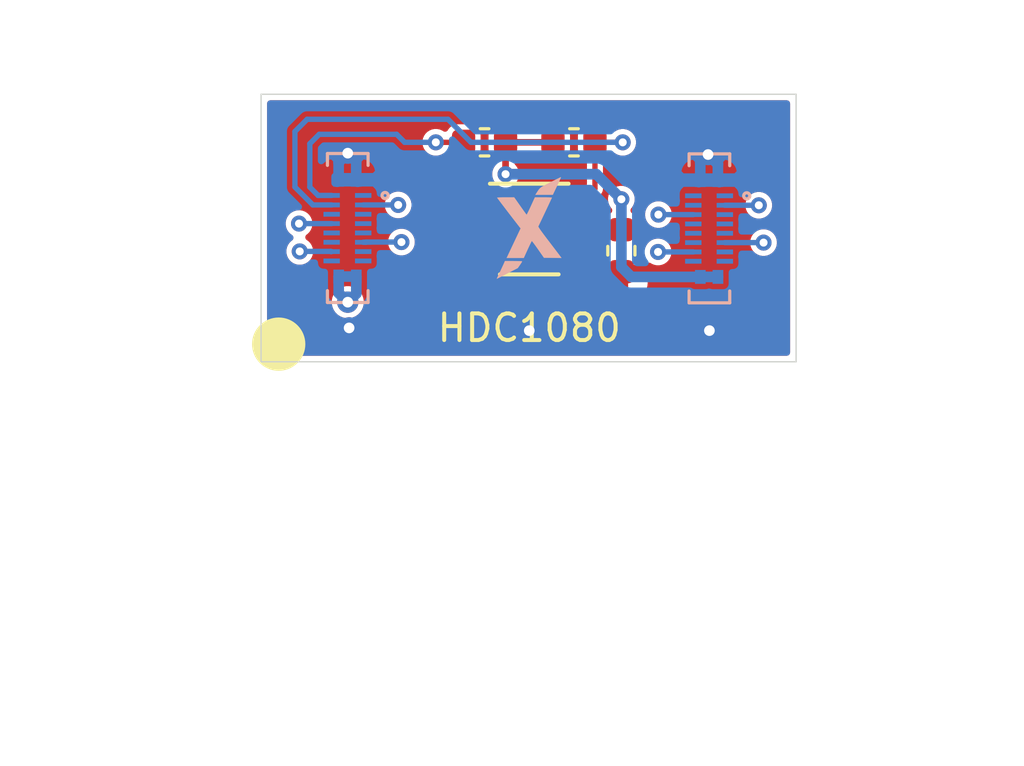
<source format=kicad_pcb>
(kicad_pcb (version 20171130) (host pcbnew "(5.1.5)-3")

  (general
    (thickness 1.6)
    (drawings 41)
    (tracks 94)
    (zones 0)
    (modules 7)
    (nets 39)
  )

  (page A4)
  (layers
    (0 "(TOP)-RF_and_signals" signal)
    (31 "(BOTTOM)-Signals" signal)
    (32 B.Adhes user)
    (33 F.Adhes user)
    (34 B.Paste user)
    (35 F.Paste user)
    (36 B.SilkS user)
    (37 F.SilkS user)
    (38 B.Mask user)
    (39 F.Mask user)
    (40 Dwgs.User user)
    (41 Cmts.User user)
    (42 Eco1.User user)
    (43 Eco2.User user)
    (44 Edge.Cuts user)
    (45 Margin user)
    (46 B.CrtYd user)
    (47 F.CrtYd user)
    (48 B.Fab user hide)
    (49 F.Fab user hide)
  )

  (setup
    (last_trace_width 0.25)
    (user_trace_width 0.2)
    (user_trace_width 0.3)
    (user_trace_width 0.4)
    (user_trace_width 0.5)
    (trace_clearance 0.153)
    (zone_clearance 0.2)
    (zone_45_only no)
    (trace_min 0.2)
    (via_size 0.8)
    (via_drill 0.4)
    (via_min_size 0.4)
    (via_min_drill 0.3)
    (user_via 0.6 0.3)
    (uvia_size 0.3)
    (uvia_drill 0.1)
    (uvias_allowed no)
    (uvia_min_size 0.2)
    (uvia_min_drill 0.1)
    (edge_width 0.05)
    (segment_width 0.2)
    (pcb_text_width 0.3)
    (pcb_text_size 1.5 1.5)
    (mod_edge_width 0.12)
    (mod_text_size 1 1)
    (mod_text_width 0.15)
    (pad_size 1.524 1.524)
    (pad_drill 0.762)
    (pad_to_mask_clearance 0.051)
    (solder_mask_min_width 0.25)
    (aux_axis_origin 0 0)
    (visible_elements 7FFFFF7F)
    (pcbplotparams
      (layerselection 0x010f0_ffffffff)
      (usegerberextensions true)
      (usegerberattributes false)
      (usegerberadvancedattributes false)
      (creategerberjobfile false)
      (excludeedgelayer true)
      (linewidth 0.100000)
      (plotframeref false)
      (viasonmask false)
      (mode 1)
      (useauxorigin false)
      (hpglpennumber 1)
      (hpglpenspeed 20)
      (hpglpendiameter 15.000000)
      (psnegative false)
      (psa4output false)
      (plotreference true)
      (plotvalue true)
      (plotinvisibletext false)
      (padsonsilk false)
      (subtractmaskfromsilk false)
      (outputformat 1)
      (mirror false)
      (drillshape 0)
      (scaleselection 1)
      (outputdirectory "Gerbers/"))
  )

  (net 0 "")
  (net 1 GND)
  (net 2 +3V3)
  (net 3 +5V)
  (net 4 "Net-(J1-Pad3)")
  (net 5 "Net-(J1-Pad5)")
  (net 6 "Net-(J1-Pad7)")
  (net 7 "Net-(J1-Pad11)")
  (net 8 "Net-(J1-Pad15)")
  (net 9 "Net-(J1-Pad13)")
  (net 10 "Net-(J3-Pad3)")
  (net 11 "Net-(J3-Pad5)")
  (net 12 "Net-(J3-Pad7)")
  (net 13 "Net-(J3-Pad9)")
  (net 14 "Net-(J3-Pad11)")
  (net 15 "Net-(J3-Pad13)")
  (net 16 "Net-(J1-Pad1)")
  (net 17 "Net-(J1-Pad2)")
  (net 18 "Net-(J1-Pad8)")
  (net 19 "Net-(J1-Pad6)")
  (net 20 "Net-(J1-Pad12)")
  (net 21 "Net-(J1-Pad9)")
  (net 22 "Net-(J1-Pad10)")
  (net 23 "Net-(J1-Pad14)")
  (net 24 "Net-(J3-Pad4)")
  (net 25 "Net-(J3-Pad6)")
  (net 26 "Net-(J3-Pad12)")
  (net 27 "Net-(J3-Pad10)")
  (net 28 "Net-(J3-Pad14)")
  (net 29 "Net-(J1-Pad4)")
  (net 30 "Net-(J1-Pad16)")
  (net 31 /SDA)
  (net 32 /SCL)
  (net 33 "Net-(J3-Pad8)")
  (net 34 "Net-(U1-Pad7)")
  (net 35 "Net-(U1-Pad3)")
  (net 36 "Net-(U1-Pad4)")
  (net 37 "Net-(J3-Pad1)")
  (net 38 "Net-(J3-Pad2)")

  (net_class Default "This is the default net class."
    (clearance 0.153)
    (trace_width 0.25)
    (via_dia 0.8)
    (via_drill 0.4)
    (uvia_dia 0.3)
    (uvia_drill 0.1)
    (add_net +3V3)
    (add_net +5V)
    (add_net /SCL)
    (add_net /SDA)
    (add_net GND)
    (add_net "Net-(J1-Pad1)")
    (add_net "Net-(J1-Pad10)")
    (add_net "Net-(J1-Pad11)")
    (add_net "Net-(J1-Pad12)")
    (add_net "Net-(J1-Pad13)")
    (add_net "Net-(J1-Pad14)")
    (add_net "Net-(J1-Pad15)")
    (add_net "Net-(J1-Pad16)")
    (add_net "Net-(J1-Pad2)")
    (add_net "Net-(J1-Pad3)")
    (add_net "Net-(J1-Pad4)")
    (add_net "Net-(J1-Pad5)")
    (add_net "Net-(J1-Pad6)")
    (add_net "Net-(J1-Pad7)")
    (add_net "Net-(J1-Pad8)")
    (add_net "Net-(J1-Pad9)")
    (add_net "Net-(J3-Pad1)")
    (add_net "Net-(J3-Pad10)")
    (add_net "Net-(J3-Pad11)")
    (add_net "Net-(J3-Pad12)")
    (add_net "Net-(J3-Pad13)")
    (add_net "Net-(J3-Pad14)")
    (add_net "Net-(J3-Pad2)")
    (add_net "Net-(J3-Pad3)")
    (add_net "Net-(J3-Pad4)")
    (add_net "Net-(J3-Pad5)")
    (add_net "Net-(J3-Pad6)")
    (add_net "Net-(J3-Pad7)")
    (add_net "Net-(J3-Pad8)")
    (add_net "Net-(J3-Pad9)")
    (add_net "Net-(U1-Pad3)")
    (add_net "Net-(U1-Pad4)")
    (add_net "Net-(U1-Pad7)")
  )

  (module KicadLibrary:OBJEX-LOGO-X_ONLY (layer "(BOTTOM)-Signals") (tedit 0) (tstamp 603BEB73)
    (at 144.018 90.17 180)
    (fp_text reference G*** (at 0 0) (layer B.SilkS) hide
      (effects (font (size 1.524 1.524) (thickness 0.3)) (justify mirror))
    )
    (fp_text value LOGO (at 0.75 0) (layer B.SilkS) hide
      (effects (font (size 1.524 1.524) (thickness 0.3)) (justify mirror))
    )
    (fp_poly (pts (xy -1.170943 1.885541) (xy -1.130416 1.866835) (xy -1.067715 1.83649) (xy -0.986805 1.796449)
      (xy -0.891651 1.748652) (xy -0.796454 1.700272) (xy -0.679443 1.640668) (xy -0.587906 1.593623)
      (xy -0.517462 1.555705) (xy -0.463732 1.523482) (xy -0.422334 1.493524) (xy -0.388889 1.462399)
      (xy -0.359016 1.426675) (xy -0.328335 1.38292) (xy -0.292465 1.327704) (xy -0.263421 1.2827)
      (xy -0.233171 1.236133) (xy -0.882291 1.236133) (xy -1.001732 1.4859) (xy -1.067861 1.624978)
      (xy -1.119025 1.734373) (xy -1.155483 1.814652) (xy -1.177492 1.866384) (xy -1.18531 1.890137)
      (xy -1.185333 1.890669) (xy -1.170943 1.885541)) (layer B.SilkS) (width 0.01))
    (fp_poly (pts (xy 0.983621 1.134046) (xy 1.070482 1.132692) (xy 1.139358 1.130628) (xy 1.185022 1.128013)
      (xy 1.202243 1.125006) (xy 1.202267 1.124889) (xy 1.192319 1.110057) (xy 1.164075 1.071563)
      (xy 1.119934 1.012551) (xy 1.062295 0.936167) (xy 0.993558 0.845557) (xy 0.916121 0.743865)
      (xy 0.832384 0.634236) (xy 0.744746 0.519816) (xy 0.655607 0.403749) (xy 0.567365 0.289182)
      (xy 0.48242 0.179259) (xy 0.40317 0.077125) (xy 0.395039 0.066675) (xy 0.321726 -0.027517)
      (xy 0.501503 -0.407459) (xy 0.556873 -0.524525) (xy 0.612654 -0.642548) (xy 0.665525 -0.754496)
      (xy 0.712165 -0.853332) (xy 0.749252 -0.932024) (xy 0.762869 -0.960967) (xy 0.844458 -1.134534)
      (xy 0.207489 -1.134534) (xy 0.063214 -0.817634) (xy 0.019135 -0.722115) (xy -0.020924 -0.637751)
      (xy -0.054663 -0.569191) (xy -0.079782 -0.521083) (xy -0.093979 -0.498078) (xy -0.095564 -0.49679)
      (xy -0.108972 -0.508939) (xy -0.138619 -0.545161) (xy -0.181598 -0.601592) (xy -0.235001 -0.674371)
      (xy -0.295921 -0.759634) (xy -0.330885 -0.809456) (xy -0.551703 -1.126067) (xy -0.878402 -1.130671)
      (xy -1.2051 -1.135275) (xy -1.171468 -1.088337) (xy -1.153914 -1.064727) (xy -1.118212 -1.017434)
      (xy -1.066802 -0.949664) (xy -1.002124 -0.864625) (xy -0.926617 -0.765524) (xy -0.842721 -0.655567)
      (xy -0.752876 -0.537963) (xy -0.730842 -0.509143) (xy -0.621298 -0.365261) (xy -0.531637 -0.24604)
      (xy -0.460597 -0.149687) (xy -0.406917 -0.074409) (xy -0.369336 -0.018411) (xy -0.346592 0.020099)
      (xy -0.337424 0.042916) (xy -0.337826 0.049657) (xy -0.351272 0.076704) (xy -0.376263 0.128405)
      (xy -0.410795 0.200517) (xy -0.45286 0.288793) (xy -0.500454 0.388989) (xy -0.551571 0.496859)
      (xy -0.604205 0.608158) (xy -0.656351 0.718642) (xy -0.706003 0.824065) (xy -0.751156 0.920182)
      (xy -0.789805 1.002748) (xy -0.819943 1.067518) (xy -0.839565 1.110246) (xy -0.846665 1.126688)
      (xy -0.846666 1.126708) (xy -0.830606 1.129135) (xy -0.785915 1.131201) (xy -0.717829 1.132787)
      (xy -0.631583 1.133772) (xy -0.532413 1.134034) (xy -0.529166 1.134029) (xy -0.211667 1.133525)
      (xy -0.061168 0.804271) (xy -0.01637 0.707671) (xy 0.024168 0.622917) (xy 0.058259 0.554368)
      (xy 0.083716 0.506382) (xy 0.098351 0.483318) (xy 0.100603 0.481983) (xy 0.113151 0.49726)
      (xy 0.14223 0.536334) (xy 0.184975 0.595239) (xy 0.238523 0.67001) (xy 0.300008 0.756682)
      (xy 0.33881 0.811742) (xy 0.565745 1.134533) (xy 0.884006 1.134533) (xy 0.983621 1.134046)) (layer B.SilkS) (width 0.01))
    (fp_poly (pts (xy 0.952848 -1.350433) (xy 0.975884 -1.401434) (xy 1.009589 -1.47437) (xy 1.049958 -1.560655)
      (xy 1.092991 -1.6517) (xy 1.106763 -1.680633) (xy 1.144881 -1.761002) (xy 1.176887 -1.829325)
      (xy 1.200364 -1.880379) (xy 1.212898 -1.90894) (xy 1.214268 -1.913172) (xy 1.198891 -1.905684)
      (xy 1.15741 -1.88475) (xy 1.093837 -1.852414) (xy 1.012185 -1.810721) (xy 0.916465 -1.761716)
      (xy 0.821267 -1.712875) (xy 0.4318 -1.512874) (xy 0.351367 -1.396769) (xy 0.314408 -1.341867)
      (xy 0.286405 -1.297311) (xy 0.271949 -1.270517) (xy 0.270934 -1.266866) (xy 0.286996 -1.262555)
      (xy 0.331706 -1.258794) (xy 0.399843 -1.255809) (xy 0.486189 -1.253826) (xy 0.585527 -1.253068)
      (xy 0.590453 -1.253067) (xy 0.909973 -1.253067) (xy 0.952848 -1.350433)) (layer B.SilkS) (width 0.01))
  )

  (module "Connector_Hirose:BM28B0.6-16DP-2-0.35V(51)" (layer "(BOTTOM)-Signals") (tedit 603695F7) (tstamp 60371288)
    (at 147.7899 90.1954 270)
    (path /60369C04)
    (fp_text reference J1 (at 0 -0.5 90) (layer B.Fab)
      (effects (font (size 1 1) (thickness 0.15)) (justify mirror))
    )
    (fp_text value "BM28B0.6-16DP_2-0.35V(51)" (at 0 0.5 90) (layer B.Fab)
      (effects (font (size 1 1) (thickness 0.15)) (justify mirror))
    )
    (fp_circle (center -1.2192 -4.38404) (end -1.19888 -4.43484) (layer B.SilkS) (width 0.12))
    (fp_line (start -2.3495 -2.2225) (end -2.794 -2.2225) (layer B.SilkS) (width 0.12))
    (fp_line (start -2.794 -2.2225) (end -2.794 -3.7465) (layer B.SilkS) (width 0.12))
    (fp_line (start -2.794 -3.7465) (end -2.3495 -3.7465) (layer B.SilkS) (width 0.12))
    (fp_line (start 2.3495 -3.7465) (end 2.794 -3.7465) (layer B.SilkS) (width 0.12))
    (fp_line (start 2.794 -2.2225) (end 2.3495 -2.2225) (layer B.SilkS) (width 0.12))
    (fp_line (start 2.794 -3.7465) (end 2.794 -2.2225) (layer B.SilkS) (width 0.12))
    (pad 1 smd rect (at -1.22174 -3.56362 270) (size 0.18 0.615) (layers "(BOTTOM)-Signals" B.Paste B.Mask)
      (net 16 "Net-(J1-Pad1)"))
    (pad 18 smd rect (at -1.80916 -3.302 270) (size 0.52 0.4) (layers "(BOTTOM)-Signals" B.Paste B.Mask)
      (net 1 GND))
    (pad 2 smd rect (at -0.86524 -3.56362 270) (size 0.18 0.615) (layers "(BOTTOM)-Signals" B.Paste B.Mask)
      (net 17 "Net-(J1-Pad2)"))
    (pad 4 smd rect (at -0.16524 -3.56362 270) (size 0.18 0.615) (layers "(BOTTOM)-Signals" B.Paste B.Mask)
      (net 29 "Net-(J1-Pad4)"))
    (pad 3 smd rect (at -0.51524 -3.56362 270) (size 0.18 0.615) (layers "(BOTTOM)-Signals" B.Paste B.Mask)
      (net 4 "Net-(J1-Pad3)"))
    (pad 8 smd rect (at 1.23476 -3.56362 270) (size 0.18 0.615) (layers "(BOTTOM)-Signals" B.Paste B.Mask)
      (net 18 "Net-(J1-Pad8)"))
    (pad 6 smd rect (at 0.53476 -3.56362 270) (size 0.18 0.615) (layers "(BOTTOM)-Signals" B.Paste B.Mask)
      (net 19 "Net-(J1-Pad6)"))
    (pad 5 smd rect (at 0.18476 -3.56362 270) (size 0.18 0.615) (layers "(BOTTOM)-Signals" B.Paste B.Mask)
      (net 5 "Net-(J1-Pad5)"))
    (pad 7 smd rect (at 0.88476 -3.56362 270) (size 0.18 0.615) (layers "(BOTTOM)-Signals" B.Paste B.Mask)
      (net 6 "Net-(J1-Pad7)"))
    (pad 19 smd rect (at 1.82046 -3.30454 270) (size 0.52 0.4) (layers "(BOTTOM)-Signals" B.Paste B.Mask)
      (net 2 +3V3))
    (pad 17 smd rect (at -1.80916 -2.6416 90) (size 0.52 0.4) (layers "(BOTTOM)-Signals" B.Paste B.Mask)
      (net 1 GND))
    (pad 20 smd rect (at 1.82046 -2.64414 90) (size 0.52 0.4) (layers "(BOTTOM)-Signals" B.Paste B.Mask)
      (net 2 +3V3))
    (pad 12 smd rect (at 0.18476 -2.37998 270) (size 0.18 0.615) (layers "(BOTTOM)-Signals" B.Paste B.Mask)
      (net 20 "Net-(J1-Pad12)"))
    (pad 9 smd rect (at 1.23476 -2.37998 270) (size 0.18 0.615) (layers "(BOTTOM)-Signals" B.Paste B.Mask)
      (net 21 "Net-(J1-Pad9)"))
    (pad 11 smd rect (at 0.53476 -2.37998 270) (size 0.18 0.615) (layers "(BOTTOM)-Signals" B.Paste B.Mask)
      (net 7 "Net-(J1-Pad11)"))
    (pad 15 smd rect (at -0.86524 -2.37998 270) (size 0.18 0.615) (layers "(BOTTOM)-Signals" B.Paste B.Mask)
      (net 8 "Net-(J1-Pad15)"))
    (pad 16 smd rect (at -1.22174 -2.37998 270) (size 0.18 0.615) (layers "(BOTTOM)-Signals" B.Paste B.Mask)
      (net 30 "Net-(J1-Pad16)"))
    (pad 13 smd rect (at -0.16524 -2.37998 270) (size 0.18 0.615) (layers "(BOTTOM)-Signals" B.Paste B.Mask)
      (net 9 "Net-(J1-Pad13)"))
    (pad 10 smd rect (at 0.88476 -2.37998 270) (size 0.18 0.615) (layers "(BOTTOM)-Signals" B.Paste B.Mask)
      (net 22 "Net-(J1-Pad10)"))
    (pad 14 smd rect (at -0.51524 -2.37998 270) (size 0.18 0.615) (layers "(BOTTOM)-Signals" B.Paste B.Mask)
      (net 23 "Net-(J1-Pad14)"))
    (model E:/KicadLibrary/3D/BM28-16DP.stp
      (offset (xyz 0 -2.95 0))
      (scale (xyz 1 1 1))
      (rotate (xyz 0 0 0))
    )
  )

  (module "Connector_Hirose:BM28B0.6-16DP-2-0.35V(51)" (layer "(BOTTOM)-Signals") (tedit 603695F7) (tstamp 60394D3F)
    (at 134.2263 90.1827 270)
    (path /6037E454)
    (fp_text reference J3 (at 0 -0.5 90) (layer B.Fab)
      (effects (font (size 1 1) (thickness 0.15)) (justify mirror))
    )
    (fp_text value "BM28B0.6-16DP_2-0.35V(51)" (at 0 0.5 90) (layer B.Fab)
      (effects (font (size 1 1) (thickness 0.15)) (justify mirror))
    )
    (fp_circle (center -1.2192 -4.38404) (end -1.19888 -4.43484) (layer B.SilkS) (width 0.12))
    (fp_line (start -2.3495 -2.2225) (end -2.794 -2.2225) (layer B.SilkS) (width 0.12))
    (fp_line (start -2.794 -2.2225) (end -2.794 -3.7465) (layer B.SilkS) (width 0.12))
    (fp_line (start -2.794 -3.7465) (end -2.3495 -3.7465) (layer B.SilkS) (width 0.12))
    (fp_line (start 2.3495 -3.7465) (end 2.794 -3.7465) (layer B.SilkS) (width 0.12))
    (fp_line (start 2.794 -2.2225) (end 2.3495 -2.2225) (layer B.SilkS) (width 0.12))
    (fp_line (start 2.794 -3.7465) (end 2.794 -2.2225) (layer B.SilkS) (width 0.12))
    (pad 1 smd rect (at -1.22174 -3.56362 270) (size 0.18 0.615) (layers "(BOTTOM)-Signals" B.Paste B.Mask)
      (net 37 "Net-(J3-Pad1)"))
    (pad 18 smd rect (at -1.80916 -3.302 270) (size 0.52 0.4) (layers "(BOTTOM)-Signals" B.Paste B.Mask)
      (net 1 GND))
    (pad 2 smd rect (at -0.86524 -3.56362 270) (size 0.18 0.615) (layers "(BOTTOM)-Signals" B.Paste B.Mask)
      (net 38 "Net-(J3-Pad2)"))
    (pad 4 smd rect (at -0.16524 -3.56362 270) (size 0.18 0.615) (layers "(BOTTOM)-Signals" B.Paste B.Mask)
      (net 24 "Net-(J3-Pad4)"))
    (pad 3 smd rect (at -0.51524 -3.56362 270) (size 0.18 0.615) (layers "(BOTTOM)-Signals" B.Paste B.Mask)
      (net 10 "Net-(J3-Pad3)"))
    (pad 8 smd rect (at 1.23476 -3.56362 270) (size 0.18 0.615) (layers "(BOTTOM)-Signals" B.Paste B.Mask)
      (net 33 "Net-(J3-Pad8)"))
    (pad 6 smd rect (at 0.53476 -3.56362 270) (size 0.18 0.615) (layers "(BOTTOM)-Signals" B.Paste B.Mask)
      (net 25 "Net-(J3-Pad6)"))
    (pad 5 smd rect (at 0.18476 -3.56362 270) (size 0.18 0.615) (layers "(BOTTOM)-Signals" B.Paste B.Mask)
      (net 11 "Net-(J3-Pad5)"))
    (pad 7 smd rect (at 0.88476 -3.56362 270) (size 0.18 0.615) (layers "(BOTTOM)-Signals" B.Paste B.Mask)
      (net 12 "Net-(J3-Pad7)"))
    (pad 19 smd rect (at 1.82046 -3.30454 270) (size 0.52 0.4) (layers "(BOTTOM)-Signals" B.Paste B.Mask)
      (net 3 +5V))
    (pad 17 smd rect (at -1.80916 -2.6416 90) (size 0.52 0.4) (layers "(BOTTOM)-Signals" B.Paste B.Mask)
      (net 1 GND))
    (pad 20 smd rect (at 1.82046 -2.64414 90) (size 0.52 0.4) (layers "(BOTTOM)-Signals" B.Paste B.Mask)
      (net 3 +5V))
    (pad 12 smd rect (at 0.18476 -2.37998 270) (size 0.18 0.615) (layers "(BOTTOM)-Signals" B.Paste B.Mask)
      (net 26 "Net-(J3-Pad12)"))
    (pad 9 smd rect (at 1.23476 -2.37998 270) (size 0.18 0.615) (layers "(BOTTOM)-Signals" B.Paste B.Mask)
      (net 13 "Net-(J3-Pad9)"))
    (pad 11 smd rect (at 0.53476 -2.37998 270) (size 0.18 0.615) (layers "(BOTTOM)-Signals" B.Paste B.Mask)
      (net 14 "Net-(J3-Pad11)"))
    (pad 15 smd rect (at -0.86524 -2.37998 270) (size 0.18 0.615) (layers "(BOTTOM)-Signals" B.Paste B.Mask)
      (net 32 /SCL))
    (pad 16 smd rect (at -1.22174 -2.37998 270) (size 0.18 0.615) (layers "(BOTTOM)-Signals" B.Paste B.Mask)
      (net 31 /SDA))
    (pad 13 smd rect (at -0.16524 -2.37998 270) (size 0.18 0.615) (layers "(BOTTOM)-Signals" B.Paste B.Mask)
      (net 15 "Net-(J3-Pad13)"))
    (pad 10 smd rect (at 0.88476 -2.37998 270) (size 0.18 0.615) (layers "(BOTTOM)-Signals" B.Paste B.Mask)
      (net 27 "Net-(J3-Pad10)"))
    (pad 14 smd rect (at -0.51524 -2.37998 270) (size 0.18 0.615) (layers "(BOTTOM)-Signals" B.Paste B.Mask)
      (net 28 "Net-(J3-Pad14)"))
    (model E:/KicadLibrary/3D/BM28-16DP.stp
      (offset (xyz 0 -2.95 0))
      (scale (xyz 1 1 1))
      (rotate (xyz 0 0 0))
    )
  )

  (module Capacitor_SMD:C_0603_1608Metric (layer "(TOP)-RF_and_signals") (tedit 5B301BBE) (tstamp 603A24B5)
    (at 147.4724 91.0336 90)
    (descr "Capacitor SMD 0603 (1608 Metric), square (rectangular) end terminal, IPC_7351 nominal, (Body size source: http://www.tortai-tech.com/upload/download/2011102023233369053.pdf), generated with kicad-footprint-generator")
    (tags capacitor)
    (path /603A7CB6)
    (attr smd)
    (fp_text reference C1 (at 0 -1.43 90) (layer F.Fab)
      (effects (font (size 1 1) (thickness 0.15)))
    )
    (fp_text value 0.1uF (at 0 1.43 90) (layer F.Fab)
      (effects (font (size 1 1) (thickness 0.15)))
    )
    (fp_line (start -0.8 0.4) (end -0.8 -0.4) (layer F.Fab) (width 0.1))
    (fp_line (start -0.8 -0.4) (end 0.8 -0.4) (layer F.Fab) (width 0.1))
    (fp_line (start 0.8 -0.4) (end 0.8 0.4) (layer F.Fab) (width 0.1))
    (fp_line (start 0.8 0.4) (end -0.8 0.4) (layer F.Fab) (width 0.1))
    (fp_line (start -0.162779 -0.51) (end 0.162779 -0.51) (layer F.SilkS) (width 0.12))
    (fp_line (start -0.162779 0.51) (end 0.162779 0.51) (layer F.SilkS) (width 0.12))
    (fp_line (start -1.48 0.73) (end -1.48 -0.73) (layer F.CrtYd) (width 0.05))
    (fp_line (start -1.48 -0.73) (end 1.48 -0.73) (layer F.CrtYd) (width 0.05))
    (fp_line (start 1.48 -0.73) (end 1.48 0.73) (layer F.CrtYd) (width 0.05))
    (fp_line (start 1.48 0.73) (end -1.48 0.73) (layer F.CrtYd) (width 0.05))
    (fp_text user %R (at 0 0 90) (layer F.Fab)
      (effects (font (size 0.4 0.4) (thickness 0.06)))
    )
    (pad 1 smd roundrect (at -0.7875 0 90) (size 0.875 0.95) (layers "(TOP)-RF_and_signals" F.Paste F.Mask) (roundrect_rratio 0.25)
      (net 1 GND))
    (pad 2 smd roundrect (at 0.7875 0 90) (size 0.875 0.95) (layers "(TOP)-RF_and_signals" F.Paste F.Mask) (roundrect_rratio 0.25)
      (net 2 +3V3))
    (model ${KISYS3DMOD}/Capacitor_SMD.3dshapes/C_0603_1608Metric.wrl
      (at (xyz 0 0 0))
      (scale (xyz 1 1 1))
      (rotate (xyz 0 0 0))
    )
  )

  (module Resistor_SMD:R_0603_1608Metric (layer "(TOP)-RF_and_signals") (tedit 5B301BBD) (tstamp 603A24C6)
    (at 145.6944 86.9696)
    (descr "Resistor SMD 0603 (1608 Metric), square (rectangular) end terminal, IPC_7351 nominal, (Body size source: http://www.tortai-tech.com/upload/download/2011102023233369053.pdf), generated with kicad-footprint-generator")
    (tags resistor)
    (path /603AC43C)
    (attr smd)
    (fp_text reference R1 (at 0 -1.43) (layer F.Fab)
      (effects (font (size 1 1) (thickness 0.15)))
    )
    (fp_text value 10K (at 0 1.43) (layer F.Fab)
      (effects (font (size 1 1) (thickness 0.15)))
    )
    (fp_line (start -0.8 0.4) (end -0.8 -0.4) (layer F.Fab) (width 0.1))
    (fp_line (start -0.8 -0.4) (end 0.8 -0.4) (layer F.Fab) (width 0.1))
    (fp_line (start 0.8 -0.4) (end 0.8 0.4) (layer F.Fab) (width 0.1))
    (fp_line (start 0.8 0.4) (end -0.8 0.4) (layer F.Fab) (width 0.1))
    (fp_line (start -0.162779 -0.51) (end 0.162779 -0.51) (layer F.SilkS) (width 0.12))
    (fp_line (start -0.162779 0.51) (end 0.162779 0.51) (layer F.SilkS) (width 0.12))
    (fp_line (start -1.48 0.73) (end -1.48 -0.73) (layer F.CrtYd) (width 0.05))
    (fp_line (start -1.48 -0.73) (end 1.48 -0.73) (layer F.CrtYd) (width 0.05))
    (fp_line (start 1.48 -0.73) (end 1.48 0.73) (layer F.CrtYd) (width 0.05))
    (fp_line (start 1.48 0.73) (end -1.48 0.73) (layer F.CrtYd) (width 0.05))
    (fp_text user %R (at 0 0) (layer F.Fab)
      (effects (font (size 0.4 0.4) (thickness 0.06)))
    )
    (pad 1 smd roundrect (at -0.7875 0) (size 0.875 0.95) (layers "(TOP)-RF_and_signals" F.Paste F.Mask) (roundrect_rratio 0.25)
      (net 2 +3V3))
    (pad 2 smd roundrect (at 0.7875 0) (size 0.875 0.95) (layers "(TOP)-RF_and_signals" F.Paste F.Mask) (roundrect_rratio 0.25)
      (net 32 /SCL))
    (model ${KISYS3DMOD}/Resistor_SMD.3dshapes/R_0603_1608Metric.wrl
      (at (xyz 0 0 0))
      (scale (xyz 1 1 1))
      (rotate (xyz 0 0 0))
    )
  )

  (module Resistor_SMD:R_0603_1608Metric (layer "(TOP)-RF_and_signals") (tedit 5B301BBD) (tstamp 603A24D7)
    (at 142.3416 86.9696 180)
    (descr "Resistor SMD 0603 (1608 Metric), square (rectangular) end terminal, IPC_7351 nominal, (Body size source: http://www.tortai-tech.com/upload/download/2011102023233369053.pdf), generated with kicad-footprint-generator")
    (tags resistor)
    (path /603AF3D4)
    (attr smd)
    (fp_text reference R2 (at 0 -1.43) (layer F.Fab)
      (effects (font (size 1 1) (thickness 0.15)))
    )
    (fp_text value 10K (at 0 1.43) (layer F.Fab)
      (effects (font (size 1 1) (thickness 0.15)))
    )
    (fp_text user %R (at 0 0) (layer F.Fab)
      (effects (font (size 0.4 0.4) (thickness 0.06)))
    )
    (fp_line (start 1.48 0.73) (end -1.48 0.73) (layer F.CrtYd) (width 0.05))
    (fp_line (start 1.48 -0.73) (end 1.48 0.73) (layer F.CrtYd) (width 0.05))
    (fp_line (start -1.48 -0.73) (end 1.48 -0.73) (layer F.CrtYd) (width 0.05))
    (fp_line (start -1.48 0.73) (end -1.48 -0.73) (layer F.CrtYd) (width 0.05))
    (fp_line (start -0.162779 0.51) (end 0.162779 0.51) (layer F.SilkS) (width 0.12))
    (fp_line (start -0.162779 -0.51) (end 0.162779 -0.51) (layer F.SilkS) (width 0.12))
    (fp_line (start 0.8 0.4) (end -0.8 0.4) (layer F.Fab) (width 0.1))
    (fp_line (start 0.8 -0.4) (end 0.8 0.4) (layer F.Fab) (width 0.1))
    (fp_line (start -0.8 -0.4) (end 0.8 -0.4) (layer F.Fab) (width 0.1))
    (fp_line (start -0.8 0.4) (end -0.8 -0.4) (layer F.Fab) (width 0.1))
    (pad 2 smd roundrect (at 0.7875 0 180) (size 0.875 0.95) (layers "(TOP)-RF_and_signals" F.Paste F.Mask) (roundrect_rratio 0.25)
      (net 31 /SDA))
    (pad 1 smd roundrect (at -0.7875 0 180) (size 0.875 0.95) (layers "(TOP)-RF_and_signals" F.Paste F.Mask) (roundrect_rratio 0.25)
      (net 2 +3V3))
    (model ${KISYS3DMOD}/Resistor_SMD.3dshapes/R_0603_1608Metric.wrl
      (at (xyz 0 0 0))
      (scale (xyz 1 1 1))
      (rotate (xyz 0 0 0))
    )
  )

  (module Package_SON:Texas_PWSON-N6 (layer "(TOP)-RF_and_signals") (tedit 5A15BFB4) (tstamp 603A24EE)
    (at 144.018 90.2208)
    (descr "Plastic Small Outline No-Lead http://www.ti.com/lit/ml/mpds176e/mpds176e.pdf")
    (tags "Plastic Small Outline No-Lead")
    (path /603A4EDB)
    (attr smd)
    (fp_text reference U1 (at 0 -2.67) (layer F.Fab)
      (effects (font (size 1 1) (thickness 0.15)))
    )
    (fp_text value HDC1080 (at 0 2.725) (layer F.Fab)
      (effects (font (size 1 1) (thickness 0.15)))
    )
    (fp_line (start 1.475 -1.7) (end -1.475 -1.7) (layer F.SilkS) (width 0.15))
    (fp_line (start 1.1 1.7) (end -1.1 1.7) (layer F.SilkS) (width 0.15))
    (fp_line (start 1.475 -1.5) (end -0.825 -1.5) (layer F.Fab) (width 0.15))
    (fp_line (start -1.475 1.5) (end -1.475 -0.75) (layer F.Fab) (width 0.15))
    (fp_line (start -1.475 -0.75) (end -0.825 -1.5) (layer F.Fab) (width 0.15))
    (fp_line (start 1.98 1.85) (end 1.98 -1.85) (layer F.CrtYd) (width 0.05))
    (fp_line (start -1.98 1.85) (end 1.98 1.85) (layer F.CrtYd) (width 0.05))
    (fp_line (start -1.98 1.85) (end -1.98 -1.85) (layer F.CrtYd) (width 0.05))
    (fp_line (start -1.98 -1.86) (end 1.98 -1.86) (layer F.CrtYd) (width 0.05))
    (fp_text user %R (at 0 0) (layer F.Fab)
      (effects (font (size 0.5 0.5) (thickness 0.1)))
    )
    (fp_line (start 1.475 1.5) (end -1.475 1.5) (layer F.Fab) (width 0.15))
    (fp_line (start 1.475 -1.5) (end 1.475 1.5) (layer F.Fab) (width 0.15))
    (pad 7 smd rect (at 0 0) (size 1.5 2.4) (layers "(TOP)-RF_and_signals" F.Paste F.Mask)
      (net 34 "Net-(U1-Pad7)"))
    (pad 1 smd rect (at -1.4 -0.95) (size 0.6 0.4) (layers "(TOP)-RF_and_signals" F.Paste F.Mask)
      (net 31 /SDA))
    (pad 2 smd rect (at -1.4 0) (size 0.6 0.4) (layers "(TOP)-RF_and_signals" F.Paste F.Mask)
      (net 1 GND))
    (pad 3 smd rect (at -1.4 0.95) (size 0.6 0.4) (layers "(TOP)-RF_and_signals" F.Paste F.Mask)
      (net 35 "Net-(U1-Pad3)"))
    (pad 4 smd rect (at 1.4 0.95) (size 0.6 0.4) (layers "(TOP)-RF_and_signals" F.Paste F.Mask)
      (net 36 "Net-(U1-Pad4)"))
    (pad 5 smd rect (at 1.4 0) (size 0.6 0.4) (layers "(TOP)-RF_and_signals" F.Paste F.Mask)
      (net 2 +3V3))
    (pad 6 smd rect (at 1.4 -0.95) (size 0.6 0.4) (layers "(TOP)-RF_and_signals" F.Paste F.Mask)
      (net 32 /SCL))
    (model E:/KicadLibrary/3D/HDC1080DMBR.STEP
      (at (xyz 0 0 0))
      (scale (xyz 1 1 1))
      (rotate (xyz -90 0 90))
    )
  )

  (gr_text HDC1080 (at 144.018 93.9292) (layer F.SilkS)
    (effects (font (size 1 1) (thickness 0.15)))
  )
  (gr_circle (center 134.62 94.5388) (end 134.62 94.5388) (layer F.SilkS) (width 1))
  (dimension 5.0292 (width 0.15) (layer Eco1.User)
    (gr_text "5.029 mm" (at 158.4244 87.7062 270) (layer Eco1.User)
      (effects (font (size 1 1) (thickness 0.15)))
    )
    (feature1 (pts (xy 133.9596 90.2208) (xy 157.710821 90.2208)))
    (feature2 (pts (xy 133.9596 85.1916) (xy 157.710821 85.1916)))
    (crossbar (pts (xy 157.1244 85.1916) (xy 157.1244 90.2208)))
    (arrow1a (pts (xy 157.1244 90.2208) (xy 156.537979 89.094296)))
    (arrow1b (pts (xy 157.1244 90.2208) (xy 157.710821 89.094296)))
    (arrow2a (pts (xy 157.1244 85.1916) (xy 156.537979 86.318104)))
    (arrow2b (pts (xy 157.1244 85.1916) (xy 157.710821 86.318104)))
  )
  (dimension 10.033 (width 0.15) (layer Eco1.User)
    (gr_text "10.033 mm" (at 127.8336 90.1827 270) (layer Eco1.User)
      (effects (font (size 1 1) (thickness 0.15)))
    )
    (feature1 (pts (xy 154.0256 95.1992) (xy 128.547179 95.1992)))
    (feature2 (pts (xy 154.0256 85.1662) (xy 128.547179 85.1662)))
    (crossbar (pts (xy 129.1336 85.1662) (xy 129.1336 95.1992)))
    (arrow1a (pts (xy 129.1336 95.1992) (xy 128.547179 94.072696)))
    (arrow1b (pts (xy 129.1336 95.1992) (xy 129.720021 94.072696)))
    (arrow2a (pts (xy 129.1336 85.1662) (xy 128.547179 86.292704)))
    (arrow2b (pts (xy 129.1336 85.1662) (xy 129.720021 86.292704)))
  )
  (dimension 10.0584 (width 0.15) (layer Eco1.User)
    (gr_text "10.058 mm" (at 138.9888 82.3295) (layer Eco1.User)
      (effects (font (size 1 1) (thickness 0.15)))
    )
    (feature1 (pts (xy 144.018 105.41) (xy 144.018 83.043079)))
    (feature2 (pts (xy 133.9596 105.41) (xy 133.9596 83.043079)))
    (crossbar (pts (xy 133.9596 83.6295) (xy 144.018 83.6295)))
    (arrow1a (pts (xy 144.018 83.6295) (xy 142.891496 84.215921)))
    (arrow1b (pts (xy 144.018 83.6295) (xy 142.891496 83.043079)))
    (arrow2a (pts (xy 133.9596 83.6295) (xy 135.086104 84.215921)))
    (arrow2b (pts (xy 133.9596 83.6295) (xy 135.086104 83.043079)))
  )
  (gr_line (start 154.0256 85.1662) (end 154.0256 95.1992) (layer Edge.Cuts) (width 0.05) (tstamp 60369A63))
  (gr_line (start 133.9596 85.1662) (end 154.0256 85.1662) (layer Edge.Cuts) (width 0.05))
  (gr_line (start 133.9596 95.1992) (end 133.9596 85.1662) (layer Edge.Cuts) (width 0.05))
  (gr_line (start 154.0256 95.1992) (end 133.9596 95.1992) (layer Edge.Cuts) (width 0.05))
  (dimension 20.2438 (width 0.15) (layer Eco1.User)
    (gr_text "20.244 mm" (at 161.2184 95.2881 90) (layer Eco1.User)
      (effects (font (size 1 1) (thickness 0.15)))
    )
    (feature1 (pts (xy 154.0256 85.1662) (xy 160.504821 85.1662)))
    (feature2 (pts (xy 154.0256 105.41) (xy 160.504821 105.41)))
    (crossbar (pts (xy 159.9184 105.41) (xy 159.9184 85.1662)))
    (arrow1a (pts (xy 159.9184 85.1662) (xy 160.504821 86.292704)))
    (arrow1b (pts (xy 159.9184 85.1662) (xy 159.331979 86.292704)))
    (arrow2a (pts (xy 159.9184 105.41) (xy 160.504821 104.283496)))
    (arrow2b (pts (xy 159.9184 105.41) (xy 159.331979 104.283496)))
  )
  (dimension 20.066 (width 0.15) (layer Eco1.User)
    (gr_text "20.066 mm" (at 143.9926 111.0026) (layer Eco1.User)
      (effects (font (size 1 1) (thickness 0.15)))
    )
    (feature1 (pts (xy 154.0256 105.41) (xy 154.0256 110.289021)))
    (feature2 (pts (xy 133.9596 105.41) (xy 133.9596 110.289021)))
    (crossbar (pts (xy 133.9596 109.7026) (xy 154.0256 109.7026)))
    (arrow1a (pts (xy 154.0256 109.7026) (xy 152.899096 110.289021)))
    (arrow1b (pts (xy 154.0256 109.7026) (xy 152.899096 109.116179)))
    (arrow2a (pts (xy 133.9596 109.7026) (xy 135.086104 110.289021)))
    (arrow2b (pts (xy 133.9596 109.7026) (xy 135.086104 109.116179)))
  )
  (gr_line (start 154.0256 85.1662) (end 154.0256 95.1992) (layer Margin) (width 0.15) (tstamp 60369A57))
  (gr_line (start 133.9596 85.1662) (end 154.0256 85.1662) (layer Margin) (width 0.15))
  (gr_line (start 133.9596 95.1992) (end 133.9596 85.1662) (layer Margin) (width 0.15))
  (gr_line (start 154.0256 95.1992) (end 133.9596 95.1992) (layer Margin) (width 0.15))
  (dimension 2.2352 (width 0.12) (layer Dwgs.User) (tstamp 60340654)
    (gr_text "2.235 mm" (at 156.1084 94.0816 90) (layer Dwgs.User) (tstamp 60340654)
      (effects (font (size 1 1) (thickness 0.15)))
    )
    (feature1 (pts (xy 136.4488 92.964) (xy 155.424821 92.964)))
    (feature2 (pts (xy 136.4488 95.1992) (xy 155.424821 95.1992)))
    (crossbar (pts (xy 154.8384 95.1992) (xy 154.8384 92.964)))
    (arrow1a (pts (xy 154.8384 92.964) (xy 155.424821 94.090504)))
    (arrow1b (pts (xy 154.8384 92.964) (xy 154.251979 94.090504)))
    (arrow2a (pts (xy 154.8384 95.1992) (xy 155.424821 94.072696)))
    (arrow2b (pts (xy 154.8384 95.1992) (xy 154.251979 94.072696)))
  )
  (gr_text S1 (at 135.4836 94.0308) (layer Dwgs.User) (tstamp 6034069E)
    (effects (font (size 1 1) (thickness 0.15)))
  )
  (gr_text S2 (at 135.3566 104.4194) (layer Dwgs.User) (tstamp 603406A1)
    (effects (font (size 1 1) (thickness 0.15)))
  )
  (gr_line (start 136.4488 92.964) (end 136.4488 87.4268) (layer Dwgs.User) (width 0.15) (tstamp 60340698))
  (gr_line (start 150.0124 87.4268) (end 151.5364 87.4268) (layer Dwgs.User) (width 0.15) (tstamp 6034067D))
  (gr_line (start 150.0124 92.964) (end 150.0124 87.4268) (layer Dwgs.User) (width 0.15) (tstamp 60340689))
  (gr_line (start 150.0378 97.6376) (end 151.5618 97.6376) (layer Dwgs.User) (width 0.15) (tstamp 6034067A))
  (gr_line (start 133.9596 85.1662) (end 154.0256 85.1662) (layer Dwgs.User) (width 0.15) (tstamp 60340665))
  (gr_line (start 154.0256 85.1662) (end 154.0256 105.41) (layer Dwgs.User) (width 0.15) (tstamp 6034065C))
  (gr_line (start 136.4488 87.4268) (end 137.9728 87.4268) (layer Dwgs.User) (width 0.15) (tstamp 60340692))
  (gr_line (start 151.5618 103.1748) (end 150.0378 103.1748) (layer Dwgs.User) (width 0.15) (tstamp 60340662))
  (dimension 2.2352 (width 0.12) (layer Dwgs.User) (tstamp 6034066C)
    (gr_text "2.235 mm" (at 156.1084 86.2838 90) (layer Dwgs.User) (tstamp 6034066C)
      (effects (font (size 1 1) (thickness 0.15)))
    )
    (feature1 (pts (xy 136.4488 85.1662) (xy 155.424821 85.1662)))
    (feature2 (pts (xy 136.4488 87.4014) (xy 155.424821 87.4014)))
    (crossbar (pts (xy 154.8384 87.4014) (xy 154.8384 85.1662)))
    (arrow1a (pts (xy 154.8384 85.1662) (xy 155.424821 86.292704)))
    (arrow1b (pts (xy 154.8384 85.1662) (xy 154.251979 86.292704)))
    (arrow2a (pts (xy 154.8384 87.4014) (xy 155.424821 86.274896)))
    (arrow2b (pts (xy 154.8384 87.4014) (xy 154.251979 86.274896)))
  )
  (gr_line (start 137.9728 92.964) (end 136.4488 92.964) (layer Dwgs.User) (width 0.15) (tstamp 60340659))
  (gr_line (start 133.9596 105.41) (end 133.9596 85.1662) (layer Dwgs.User) (width 0.15) (tstamp 60340650))
  (gr_line (start 151.5364 87.4268) (end 151.5364 92.964) (layer Dwgs.User) (width 0.15) (tstamp 60340680))
  (gr_line (start 133.9596 95.1738) (end 154.0256 95.1738) (layer Dwgs.User) (width 0.15) (tstamp 60340677))
  (gr_line (start 137.9982 97.6376) (end 137.9982 103.1748) (layer Dwgs.User) (width 0.15) (tstamp 60340671))
  (gr_line (start 150.0378 103.1748) (end 150.0378 97.6376) (layer Dwgs.User) (width 0.15) (tstamp 6034068F))
  (gr_line (start 154.0256 95.4024) (end 133.9596 95.4024) (layer Dwgs.User) (width 0.15) (tstamp 60340695))
  (gr_line (start 137.9728 87.4268) (end 137.9728 92.964) (layer Dwgs.User) (width 0.15) (tstamp 60340683))
  (gr_line (start 137.9982 103.1748) (end 136.4742 103.1748) (layer Dwgs.User) (width 0.15) (tstamp 6034069B))
  (gr_line (start 151.5618 97.6376) (end 151.5618 103.1748) (layer Dwgs.User) (width 0.15) (tstamp 60340674))
  (gr_line (start 151.5364 92.964) (end 150.0124 92.964) (layer Dwgs.User) (width 0.15) (tstamp 60340686))
  (gr_line (start 133.9596 105.41) (end 154.0256 105.41) (layer Dwgs.User) (width 0.15) (tstamp 60340668))
  (gr_line (start 136.4742 97.6376) (end 137.9982 97.6376) (layer Dwgs.User) (width 0.15) (tstamp 6034065F))
  (gr_line (start 136.4742 103.1748) (end 136.4742 97.6376) (layer Dwgs.User) (width 0.15) (tstamp 6034068C))

  (via (at 137.2616 93.9292) (size 0.8) (drill 0.4) (layers "(TOP)-RF_and_signals" "(BOTTOM)-Signals") (net 1))
  (via (at 144.018 94.0308) (size 0.8) (drill 0.4) (layers "(TOP)-RF_and_signals" "(BOTTOM)-Signals") (net 1))
  (via (at 150.7744 94.0308) (size 0.8) (drill 0.4) (layers "(TOP)-RF_and_signals" "(BOTTOM)-Signals") (net 1))
  (via (at 137.2108 87.376) (size 0.8) (drill 0.4) (layers "(TOP)-RF_and_signals" "(BOTTOM)-Signals") (net 1))
  (segment (start 136.8679 87.7189) (end 137.2108 87.376) (width 0.4) (layer "(BOTTOM)-Signals") (net 1))
  (segment (start 136.8679 88.37354) (end 136.8679 87.7189) (width 0.4) (layer "(BOTTOM)-Signals") (net 1))
  (segment (start 137.5283 87.6935) (end 137.2108 87.376) (width 0.4) (layer "(BOTTOM)-Signals") (net 1))
  (segment (start 137.5283 88.37354) (end 137.5283 87.6935) (width 0.4) (layer "(BOTTOM)-Signals") (net 1))
  (via (at 150.7236 87.4268) (size 0.8) (drill 0.4) (layers "(TOP)-RF_and_signals" "(BOTTOM)-Signals") (net 1))
  (segment (start 150.4315 87.7189) (end 150.7236 87.4268) (width 0.4) (layer "(BOTTOM)-Signals") (net 1))
  (segment (start 150.4315 88.38624) (end 150.4315 87.7189) (width 0.4) (layer "(BOTTOM)-Signals") (net 1))
  (segment (start 151.0919 87.7951) (end 150.7236 87.4268) (width 0.4) (layer "(BOTTOM)-Signals") (net 1))
  (segment (start 151.0919 88.38624) (end 151.0919 87.7951) (width 0.4) (layer "(BOTTOM)-Signals") (net 1))
  (segment (start 143.1291 86.9696) (end 144.9069 86.9696) (width 0.25) (layer "(TOP)-RF_and_signals") (net 2))
  (segment (start 143.1291 86.9696) (end 143.1291 88.1633) (width 0.25) (layer "(TOP)-RF_and_signals") (net 2))
  (segment (start 143.1291 88.1633) (end 143.1291 88.1633) (width 0.25) (layer "(TOP)-RF_and_signals") (net 2) (tstamp 603A27BA))
  (segment (start 147.4471 90.2208) (end 147.4724 90.2461) (width 0.25) (layer "(TOP)-RF_and_signals") (net 2))
  (segment (start 145.418 90.2208) (end 147.4471 90.2208) (width 0.25) (layer "(TOP)-RF_and_signals") (net 2))
  (segment (start 147.4724 90.2461) (end 147.4724 89.8086) (width 0.2) (layer "(TOP)-RF_and_signals") (net 2))
  (segment (start 147.4724 89.8086) (end 147.4724 89.1032) (width 0.2) (layer "(TOP)-RF_and_signals") (net 2))
  (segment (start 147.4724 89.1032) (end 147.4724 89.1032) (width 0.2) (layer "(TOP)-RF_and_signals") (net 2) (tstamp 603A288F))
  (segment (start 143.1291 88.1633) (end 143.1291 88.1633) (width 0.25) (layer "(TOP)-RF_and_signals") (net 2) (tstamp 603BE31B))
  (via (at 143.1291 88.1633) (size 0.6) (drill 0.3) (layers "(TOP)-RF_and_signals" "(BOTTOM)-Signals") (net 2))
  (segment (start 147.4724 89.1032) (end 147.4724 89.1032) (width 0.2) (layer "(TOP)-RF_and_signals") (net 2) (tstamp 603BE331))
  (via (at 147.4724 89.1032) (size 0.6) (drill 0.3) (layers "(TOP)-RF_and_signals" "(BOTTOM)-Signals") (net 2))
  (segment (start 151.09444 92.01586) (end 150.43404 92.01586) (width 0.4) (layer "(BOTTOM)-Signals") (net 2))
  (segment (start 150.43404 92.01586) (end 147.84506 92.01586) (width 0.4) (layer "(BOTTOM)-Signals") (net 2))
  (segment (start 147.4724 91.6432) (end 147.4724 89.1032) (width 0.4) (layer "(BOTTOM)-Signals") (net 2))
  (segment (start 147.84506 92.01586) (end 147.4724 91.6432) (width 0.4) (layer "(BOTTOM)-Signals") (net 2))
  (segment (start 146.5325 88.1633) (end 143.1291 88.1633) (width 0.4) (layer "(BOTTOM)-Signals") (net 2))
  (segment (start 147.4724 89.1032) (end 146.5325 88.1633) (width 0.4) (layer "(BOTTOM)-Signals") (net 2))
  (via (at 137.2108 92.964) (size 0.8) (drill 0.4) (layers "(TOP)-RF_and_signals" "(BOTTOM)-Signals") (net 3))
  (segment (start 136.87044 92.00316) (end 137.53084 92.00316) (width 0.4) (layer "(BOTTOM)-Signals") (net 3))
  (segment (start 136.87044 92.62364) (end 137.2108 92.964) (width 0.4) (layer "(BOTTOM)-Signals") (net 3))
  (segment (start 136.87044 92.00316) (end 136.87044 92.62364) (width 0.4) (layer "(BOTTOM)-Signals") (net 3))
  (segment (start 137.53084 92.64396) (end 137.2108 92.964) (width 0.4) (layer "(BOTTOM)-Signals") (net 3))
  (segment (start 137.53084 92.00316) (end 137.53084 92.64396) (width 0.4) (layer "(BOTTOM)-Signals") (net 3))
  (segment (start 136.60628 90.01746) (end 135.38214 90.01746) (width 0.2) (layer "(BOTTOM)-Signals") (net 15))
  (segment (start 135.38214 90.01746) (end 135.38214 90.01746) (width 0.2) (layer "(BOTTOM)-Signals") (net 15) (tstamp 603BE38B))
  (via (at 135.38214 90.01746) (size 0.6) (drill 0.3) (layers "(TOP)-RF_and_signals" "(BOTTOM)-Signals") (net 15))
  (segment (start 151.35352 89.33016) (end 152.62696 89.33016) (width 0.2) (layer "(BOTTOM)-Signals") (net 17))
  (segment (start 152.62696 89.33016) (end 152.62696 89.33016) (width 0.2) (layer "(BOTTOM)-Signals") (net 17) (tstamp 603BE381))
  (via (at 152.62696 89.33016) (size 0.6) (drill 0.3) (layers "(TOP)-RF_and_signals" "(BOTTOM)-Signals") (net 17))
  (segment (start 151.35352 90.73016) (end 152.80504 90.73016) (width 0.2) (layer "(BOTTOM)-Signals") (net 19))
  (segment (start 152.80504 90.73016) (end 152.80504 90.73016) (width 0.2) (layer "(BOTTOM)-Signals") (net 19) (tstamp 603BE37F))
  (via (at 152.80504 90.73016) (size 0.6) (drill 0.3) (layers "(TOP)-RF_and_signals" "(BOTTOM)-Signals") (net 19))
  (segment (start 150.16988 91.08016) (end 148.84824 91.08016) (width 0.2) (layer "(BOTTOM)-Signals") (net 22))
  (segment (start 148.84824 91.08016) (end 148.84824 91.08016) (width 0.2) (layer "(BOTTOM)-Signals") (net 22) (tstamp 603BE37B))
  (via (at 148.84824 91.08016) (size 0.6) (drill 0.3) (layers "(TOP)-RF_and_signals" "(BOTTOM)-Signals") (net 22))
  (segment (start 150.16988 89.68016) (end 148.86216 89.68016) (width 0.2) (layer "(BOTTOM)-Signals") (net 23))
  (segment (start 148.86216 89.68016) (end 148.86216 89.68016) (width 0.2) (layer "(BOTTOM)-Signals") (net 23) (tstamp 603BE37D))
  (via (at 148.86216 89.68016) (size 0.6) (drill 0.3) (layers "(TOP)-RF_and_signals" "(BOTTOM)-Signals") (net 23))
  (segment (start 137.889539 90.710461) (end 139.224461 90.710461) (width 0.2) (layer "(BOTTOM)-Signals") (net 25))
  (segment (start 137.78992 90.71746) (end 137.88254 90.71746) (width 0.2) (layer "(BOTTOM)-Signals") (net 25))
  (segment (start 137.88254 90.71746) (end 137.889539 90.710461) (width 0.2) (layer "(BOTTOM)-Signals") (net 25))
  (segment (start 139.224461 90.710461) (end 139.224461 90.710461) (width 0.2) (layer "(BOTTOM)-Signals") (net 25) (tstamp 603BE38F))
  (via (at 139.224461 90.710461) (size 0.6) (drill 0.3) (layers "(TOP)-RF_and_signals" "(BOTTOM)-Signals") (net 25))
  (segment (start 136.577261 91.060461) (end 135.408861 91.060461) (width 0.2) (layer "(BOTTOM)-Signals") (net 27))
  (segment (start 136.60628 91.06746) (end 136.58426 91.06746) (width 0.2) (layer "(BOTTOM)-Signals") (net 27))
  (segment (start 136.58426 91.06746) (end 136.577261 91.060461) (width 0.2) (layer "(BOTTOM)-Signals") (net 27))
  (segment (start 135.408861 91.060461) (end 135.408861 91.060461) (width 0.2) (layer "(BOTTOM)-Signals") (net 27) (tstamp 603BE38D))
  (via (at 135.408861 91.060461) (size 0.6) (drill 0.3) (layers "(TOP)-RF_and_signals" "(BOTTOM)-Signals") (net 27))
  (segment (start 141.5541 87.4446) (end 141.5541 86.9696) (width 0.2) (layer "(TOP)-RF_and_signals") (net 31))
  (segment (start 141.5541 88.7069) (end 141.5541 87.4446) (width 0.2) (layer "(TOP)-RF_and_signals") (net 31))
  (segment (start 142.118 89.2708) (end 141.5541 88.7069) (width 0.2) (layer "(TOP)-RF_and_signals") (net 31))
  (segment (start 142.618 89.2708) (end 142.118 89.2708) (width 0.2) (layer "(TOP)-RF_and_signals") (net 31))
  (segment (start 141.5541 86.9696) (end 141.1166 86.9696) (width 0.2) (layer "(TOP)-RF_and_signals") (net 31))
  (segment (start 141.1166 86.9696) (end 140.5128 86.9696) (width 0.2) (layer "(TOP)-RF_and_signals") (net 31))
  (segment (start 140.5128 86.9696) (end 140.5128 86.9696) (width 0.2) (layer "(TOP)-RF_and_signals") (net 31) (tstamp 603BE314))
  (via (at 140.5128 86.9696) (size 0.6) (drill 0.3) (layers "(TOP)-RF_and_signals" "(BOTTOM)-Signals") (net 31))
  (segment (start 139.3444 86.9696) (end 140.5128 86.9696) (width 0.2) (layer "(BOTTOM)-Signals") (net 31))
  (segment (start 139.044401 86.669601) (end 139.3444 86.9696) (width 0.2) (layer "(BOTTOM)-Signals") (net 31))
  (segment (start 136.09878 88.96096) (end 135.7884 88.65058) (width 0.2) (layer "(BOTTOM)-Signals") (net 31))
  (segment (start 136.60628 88.96096) (end 136.09878 88.96096) (width 0.2) (layer "(BOTTOM)-Signals") (net 31))
  (segment (start 135.7884 88.65058) (end 135.7884 87.0204) (width 0.2) (layer "(BOTTOM)-Signals") (net 31))
  (segment (start 135.7884 87.0204) (end 136.139199 86.669601) (width 0.2) (layer "(BOTTOM)-Signals") (net 31))
  (segment (start 136.139199 86.669601) (end 139.044401 86.669601) (width 0.2) (layer "(BOTTOM)-Signals") (net 31))
  (segment (start 146.4819 88.7069) (end 146.4819 87.4446) (width 0.2) (layer "(TOP)-RF_and_signals") (net 32))
  (segment (start 146.4819 87.4446) (end 146.4819 86.9696) (width 0.2) (layer "(TOP)-RF_and_signals") (net 32))
  (segment (start 145.918 89.2708) (end 146.4819 88.7069) (width 0.2) (layer "(TOP)-RF_and_signals") (net 32))
  (segment (start 145.418 89.2708) (end 145.918 89.2708) (width 0.2) (layer "(TOP)-RF_and_signals") (net 32))
  (segment (start 146.4819 86.9696) (end 147.5232 86.9696) (width 0.2) (layer "(TOP)-RF_and_signals") (net 32))
  (segment (start 147.5232 86.9696) (end 147.5232 86.9696) (width 0.2) (layer "(TOP)-RF_and_signals") (net 32) (tstamp 603BE32F))
  (via (at 147.5232 86.9696) (size 0.6) (drill 0.3) (layers "(TOP)-RF_and_signals" "(BOTTOM)-Signals") (net 32))
  (segment (start 135.90106 89.31746) (end 136.60628 89.31746) (width 0.2) (layer "(BOTTOM)-Signals") (net 32))
  (segment (start 135.2296 88.646) (end 135.90106 89.31746) (width 0.2) (layer "(BOTTOM)-Signals") (net 32))
  (segment (start 141.8336 86.9696) (end 140.97 86.106) (width 0.2) (layer "(BOTTOM)-Signals") (net 32))
  (segment (start 147.5232 86.9696) (end 141.8336 86.9696) (width 0.2) (layer "(BOTTOM)-Signals") (net 32))
  (segment (start 135.6868 86.106) (end 135.2296 86.5632) (width 0.2) (layer "(BOTTOM)-Signals") (net 32))
  (segment (start 140.97 86.106) (end 135.6868 86.106) (width 0.2) (layer "(BOTTOM)-Signals") (net 32))
  (segment (start 135.2296 86.5632) (end 135.2296 88.646) (width 0.2) (layer "(BOTTOM)-Signals") (net 32))
  (segment (start 137.78992 89.31746) (end 139.10146 89.31746) (width 0.2) (layer "(BOTTOM)-Signals") (net 38))
  (segment (start 139.10146 89.31746) (end 139.10146 89.31746) (width 0.2) (layer "(BOTTOM)-Signals") (net 38) (tstamp 603CDA04))
  (via (at 139.10146 89.31746) (size 0.6) (drill 0.3) (layers "(TOP)-RF_and_signals" "(BOTTOM)-Signals") (net 38))

  (zone (net 1) (net_name GND) (layer "(BOTTOM)-Signals") (tstamp 603D03B1) (hatch edge 0.508)
    (connect_pads (clearance 0.2))
    (min_thickness 0.254)
    (fill yes (arc_segments 32) (thermal_gap 0.508) (thermal_bridge_width 0.508))
    (polygon
      (pts
        (xy 154.0256 95.1992) (xy 133.9596 95.1992) (xy 133.9596 85.1916) (xy 154.0256 85.1916)
      )
    )
    (filled_polygon
      (pts
        (xy 153.673601 94.8472) (xy 134.3116 94.8472) (xy 134.3116 89.955706) (xy 134.75514 89.955706) (xy 134.75514 90.079214)
        (xy 134.779235 90.200349) (xy 134.8265 90.314456) (xy 134.895117 90.417149) (xy 134.982451 90.504483) (xy 135.047411 90.547888)
        (xy 135.009172 90.573438) (xy 134.921838 90.660772) (xy 134.853221 90.763465) (xy 134.805956 90.877572) (xy 134.781861 90.998707)
        (xy 134.781861 91.122215) (xy 134.805956 91.24335) (xy 134.853221 91.357457) (xy 134.921838 91.46015) (xy 135.009172 91.547484)
        (xy 135.111865 91.616101) (xy 135.225972 91.663366) (xy 135.347107 91.687461) (xy 135.470615 91.687461) (xy 135.59175 91.663366)
        (xy 135.705857 91.616101) (xy 135.80855 91.547484) (xy 135.868573 91.487461) (xy 135.970198 91.487461) (xy 135.970198 91.50746)
        (xy 135.976512 91.571563) (xy 135.99521 91.633203) (xy 136.025574 91.69001) (xy 136.066437 91.739803) (xy 136.11623 91.780666)
        (xy 136.173037 91.81103) (xy 136.234677 91.829728) (xy 136.29878 91.836042) (xy 136.341858 91.836042) (xy 136.341858 91.993342)
        (xy 136.340891 92.00316) (xy 136.341858 92.012978) (xy 136.341858 92.26316) (xy 136.34344 92.279221) (xy 136.34344 92.597759)
        (xy 136.340891 92.62364) (xy 136.351066 92.726949) (xy 136.381201 92.826289) (xy 136.430136 92.917841) (xy 136.430137 92.917842)
        (xy 136.4838 92.983231) (xy 136.4838 93.035603) (xy 136.511738 93.176058) (xy 136.566541 93.308364) (xy 136.646102 93.427436)
        (xy 136.747364 93.528698) (xy 136.866436 93.608259) (xy 136.998742 93.663062) (xy 137.139197 93.691) (xy 137.282403 93.691)
        (xy 137.422858 93.663062) (xy 137.555164 93.608259) (xy 137.674236 93.528698) (xy 137.775498 93.427436) (xy 137.855059 93.308364)
        (xy 137.909862 93.176058) (xy 137.9378 93.035603) (xy 137.9378 92.978792) (xy 137.971144 92.938162) (xy 138.020079 92.84661)
        (xy 138.050214 92.74727) (xy 138.05784 92.669841) (xy 138.060389 92.64396) (xy 138.05784 92.618079) (xy 138.05784 92.279221)
        (xy 138.059422 92.26316) (xy 138.059422 92.012978) (xy 138.060389 92.00316) (xy 138.059422 91.993342) (xy 138.059422 91.836042)
        (xy 138.09742 91.836042) (xy 138.161523 91.829728) (xy 138.223163 91.81103) (xy 138.27997 91.780666) (xy 138.329763 91.739803)
        (xy 138.370626 91.69001) (xy 138.40099 91.633203) (xy 138.419688 91.571563) (xy 138.426002 91.50746) (xy 138.426002 91.32746)
        (xy 138.419688 91.263357) (xy 138.413349 91.24246) (xy 138.419688 91.221563) (xy 138.426002 91.15746) (xy 138.426002 91.137461)
        (xy 138.764749 91.137461) (xy 138.824772 91.197484) (xy 138.927465 91.266101) (xy 139.041572 91.313366) (xy 139.162707 91.337461)
        (xy 139.286215 91.337461) (xy 139.40735 91.313366) (xy 139.521457 91.266101) (xy 139.62415 91.197484) (xy 139.711484 91.11015)
        (xy 139.780101 91.007457) (xy 139.827366 90.89335) (xy 139.851461 90.772215) (xy 139.851461 90.648707) (xy 139.827366 90.527572)
        (xy 139.780101 90.413465) (xy 139.711484 90.310772) (xy 139.62415 90.223438) (xy 139.521457 90.154821) (xy 139.40735 90.107556)
        (xy 139.286215 90.083461) (xy 139.162707 90.083461) (xy 139.041572 90.107556) (xy 138.927465 90.154821) (xy 138.824772 90.223438)
        (xy 138.764749 90.283461) (xy 138.426002 90.283461) (xy 138.426002 90.27746) (xy 138.419688 90.213357) (xy 138.413349 90.19246)
        (xy 138.419688 90.171563) (xy 138.426002 90.10746) (xy 138.426002 89.92746) (xy 138.419688 89.863357) (xy 138.413349 89.84246)
        (xy 138.419688 89.821563) (xy 138.426002 89.75746) (xy 138.426002 89.74446) (xy 138.641748 89.74446) (xy 138.701771 89.804483)
        (xy 138.804464 89.8731) (xy 138.918571 89.920365) (xy 139.039706 89.94446) (xy 139.163214 89.94446) (xy 139.284349 89.920365)
        (xy 139.398456 89.8731) (xy 139.501149 89.804483) (xy 139.588483 89.717149) (xy 139.6571 89.614456) (xy 139.704365 89.500349)
        (xy 139.72846 89.379214) (xy 139.72846 89.255706) (xy 139.704365 89.134571) (xy 139.6571 89.020464) (xy 139.588483 88.917771)
        (xy 139.501149 88.830437) (xy 139.398456 88.76182) (xy 139.284349 88.714555) (xy 139.163214 88.69046) (xy 139.039706 88.69046)
        (xy 138.918571 88.714555) (xy 138.804464 88.76182) (xy 138.701771 88.830437) (xy 138.641748 88.89046) (xy 138.426002 88.89046)
        (xy 138.426002 88.87096) (xy 138.419688 88.806857) (xy 138.40099 88.745217) (xy 138.370626 88.68841) (xy 138.361935 88.677819)
        (xy 138.3633 88.65929) (xy 138.20455 88.50054) (xy 137.6013 88.50054) (xy 137.6013 88.52054) (xy 137.56415 88.52054)
        (xy 137.54415 88.50054) (xy 136.85205 88.50054) (xy 136.83205 88.52054) (xy 136.7949 88.52054) (xy 136.7949 88.50054)
        (xy 136.7209 88.50054) (xy 136.7209 88.24654) (xy 136.7949 88.24654) (xy 136.7949 88.18939) (xy 136.85205 88.24654)
        (xy 137.54415 88.24654) (xy 137.6013 88.18939) (xy 137.6013 88.24654) (xy 138.20455 88.24654) (xy 138.349544 88.101546)
        (xy 142.5021 88.101546) (xy 142.5021 88.225054) (xy 142.526195 88.346189) (xy 142.57346 88.460296) (xy 142.642077 88.562989)
        (xy 142.729411 88.650323) (xy 142.832104 88.71894) (xy 142.946211 88.766205) (xy 143.067346 88.7903) (xy 143.190854 88.7903)
        (xy 143.311989 88.766205) (xy 143.426096 88.71894) (xy 143.468959 88.6903) (xy 146.314211 88.6903) (xy 146.859438 89.235528)
        (xy 146.869495 89.286089) (xy 146.91676 89.400196) (xy 146.945401 89.44306) (xy 146.9454 91.617319) (xy 146.942851 91.6432)
        (xy 146.949328 91.708958) (xy 146.953026 91.746509) (xy 146.983161 91.845849) (xy 147.032096 91.937402) (xy 147.097952 92.017648)
        (xy 147.118065 92.034155) (xy 147.454113 92.370204) (xy 147.470612 92.390308) (xy 147.550858 92.456164) (xy 147.64241 92.505099)
        (xy 147.74175 92.535234) (xy 147.796751 92.540651) (xy 147.84506 92.545409) (xy 147.870941 92.54286) (xy 150.043928 92.54286)
        (xy 150.05149 92.549066) (xy 150.108297 92.57943) (xy 150.169937 92.598128) (xy 150.23404 92.604442) (xy 150.63404 92.604442)
        (xy 150.698143 92.598128) (xy 150.759783 92.57943) (xy 150.76424 92.577048) (xy 150.768697 92.57943) (xy 150.830337 92.598128)
        (xy 150.89444 92.604442) (xy 151.29444 92.604442) (xy 151.358543 92.598128) (xy 151.420183 92.57943) (xy 151.47699 92.549066)
        (xy 151.526783 92.508203) (xy 151.567646 92.45841) (xy 151.59801 92.401603) (xy 151.616708 92.339963) (xy 151.623022 92.27586)
        (xy 151.623022 92.025678) (xy 151.623989 92.01586) (xy 151.623022 92.006042) (xy 151.623022 91.848742) (xy 151.66102 91.848742)
        (xy 151.725123 91.842428) (xy 151.786763 91.82373) (xy 151.84357 91.793366) (xy 151.893363 91.752503) (xy 151.934226 91.70271)
        (xy 151.96459 91.645903) (xy 151.983288 91.584263) (xy 151.989602 91.52016) (xy 151.989602 91.34016) (xy 151.983288 91.276057)
        (xy 151.976949 91.25516) (xy 151.983288 91.234263) (xy 151.989602 91.17016) (xy 151.989602 91.15716) (xy 152.345328 91.15716)
        (xy 152.405351 91.217183) (xy 152.508044 91.2858) (xy 152.622151 91.333065) (xy 152.743286 91.35716) (xy 152.866794 91.35716)
        (xy 152.987929 91.333065) (xy 153.102036 91.2858) (xy 153.204729 91.217183) (xy 153.292063 91.129849) (xy 153.36068 91.027156)
        (xy 153.407945 90.913049) (xy 153.43204 90.791914) (xy 153.43204 90.668406) (xy 153.407945 90.547271) (xy 153.36068 90.433164)
        (xy 153.292063 90.330471) (xy 153.204729 90.243137) (xy 153.102036 90.17452) (xy 152.987929 90.127255) (xy 152.866794 90.10316)
        (xy 152.743286 90.10316) (xy 152.622151 90.127255) (xy 152.508044 90.17452) (xy 152.405351 90.243137) (xy 152.345328 90.30316)
        (xy 151.989602 90.30316) (xy 151.989602 90.29016) (xy 151.983288 90.226057) (xy 151.976949 90.20516) (xy 151.983288 90.184263)
        (xy 151.989602 90.12016) (xy 151.989602 89.94016) (xy 151.983288 89.876057) (xy 151.976949 89.85516) (xy 151.983288 89.834263)
        (xy 151.989602 89.77016) (xy 151.989602 89.75716) (xy 152.167248 89.75716) (xy 152.227271 89.817183) (xy 152.329964 89.8858)
        (xy 152.444071 89.933065) (xy 152.565206 89.95716) (xy 152.688714 89.95716) (xy 152.809849 89.933065) (xy 152.923956 89.8858)
        (xy 153.026649 89.817183) (xy 153.113983 89.729849) (xy 153.1826 89.627156) (xy 153.229865 89.513049) (xy 153.25396 89.391914)
        (xy 153.25396 89.268406) (xy 153.229865 89.147271) (xy 153.1826 89.033164) (xy 153.113983 88.930471) (xy 153.026649 88.843137)
        (xy 152.923956 88.77452) (xy 152.809849 88.727255) (xy 152.688714 88.70316) (xy 152.565206 88.70316) (xy 152.444071 88.727255)
        (xy 152.329964 88.77452) (xy 152.227271 88.843137) (xy 152.167248 88.90316) (xy 151.989602 88.90316) (xy 151.989602 88.88366)
        (xy 151.983288 88.819557) (xy 151.96459 88.757917) (xy 151.934226 88.70111) (xy 151.925535 88.690519) (xy 151.9269 88.67199)
        (xy 151.76815 88.51324) (xy 151.1649 88.51324) (xy 151.1649 88.53324) (xy 151.12775 88.53324) (xy 151.10775 88.51324)
        (xy 150.41565 88.51324) (xy 150.39565 88.53324) (xy 150.3585 88.53324) (xy 150.3585 88.51324) (xy 149.75525 88.51324)
        (xy 149.5965 88.67199) (xy 149.597865 88.690519) (xy 149.589174 88.70111) (xy 149.55881 88.757917) (xy 149.540112 88.819557)
        (xy 149.533798 88.88366) (xy 149.533798 89.06366) (xy 149.540112 89.127763) (xy 149.547437 89.15191) (xy 149.540112 89.176057)
        (xy 149.533798 89.24016) (xy 149.533798 89.25316) (xy 149.321872 89.25316) (xy 149.261849 89.193137) (xy 149.159156 89.12452)
        (xy 149.045049 89.077255) (xy 148.923914 89.05316) (xy 148.800406 89.05316) (xy 148.679271 89.077255) (xy 148.565164 89.12452)
        (xy 148.462471 89.193137) (xy 148.375137 89.280471) (xy 148.30652 89.383164) (xy 148.259255 89.497271) (xy 148.23516 89.618406)
        (xy 148.23516 89.741914) (xy 148.259255 89.863049) (xy 148.30652 89.977156) (xy 148.375137 90.079849) (xy 148.462471 90.167183)
        (xy 148.565164 90.2358) (xy 148.679271 90.283065) (xy 148.800406 90.30716) (xy 148.923914 90.30716) (xy 149.045049 90.283065)
        (xy 149.159156 90.2358) (xy 149.261849 90.167183) (xy 149.321872 90.10716) (xy 149.533798 90.10716) (xy 149.533798 90.12016)
        (xy 149.540112 90.184263) (xy 149.546451 90.20516) (xy 149.540112 90.226057) (xy 149.533798 90.29016) (xy 149.533798 90.47016)
        (xy 149.540112 90.534263) (xy 149.546451 90.55516) (xy 149.540112 90.576057) (xy 149.533798 90.64016) (xy 149.533798 90.65316)
        (xy 149.307952 90.65316) (xy 149.247929 90.593137) (xy 149.145236 90.52452) (xy 149.031129 90.477255) (xy 148.909994 90.45316)
        (xy 148.786486 90.45316) (xy 148.665351 90.477255) (xy 148.551244 90.52452) (xy 148.448551 90.593137) (xy 148.361217 90.680471)
        (xy 148.2926 90.783164) (xy 148.245335 90.897271) (xy 148.22124 91.018406) (xy 148.22124 91.141914) (xy 148.245335 91.263049)
        (xy 148.2926 91.377156) (xy 148.361217 91.479849) (xy 148.370228 91.48886) (xy 148.06335 91.48886) (xy 147.9994 91.42491)
        (xy 147.9994 89.443059) (xy 148.02804 89.400196) (xy 148.075305 89.286089) (xy 148.0994 89.164954) (xy 148.0994 89.041446)
        (xy 148.075305 88.920311) (xy 148.02804 88.806204) (xy 147.959423 88.703511) (xy 147.872089 88.616177) (xy 147.769396 88.54756)
        (xy 147.655289 88.500295) (xy 147.604728 88.490238) (xy 147.21498 88.10049) (xy 149.5965 88.10049) (xy 149.75525 88.25924)
        (xy 150.3585 88.25924) (xy 150.3585 88.20209) (xy 150.41565 88.25924) (xy 151.10775 88.25924) (xy 151.1649 88.20209)
        (xy 151.1649 88.25924) (xy 151.76815 88.25924) (xy 151.9269 88.10049) (xy 151.920896 88.019002) (xy 151.887889 87.898351)
        (xy 151.831978 87.786459) (xy 151.755313 87.687623) (xy 151.660838 87.605644) (xy 151.552186 87.543671) (xy 151.433531 87.504085)
        (xy 151.32365 87.49124) (xy 151.1649 87.64999) (xy 151.1649 87.77785) (xy 151.094913 87.687623) (xy 151.000438 87.605644)
        (xy 150.940189 87.571279) (xy 150.86015 87.49124) (xy 150.7617 87.502749) (xy 150.66325 87.49124) (xy 150.583211 87.571279)
        (xy 150.522962 87.605644) (xy 150.428487 87.687623) (xy 150.3585 87.77785) (xy 150.3585 87.64999) (xy 150.19975 87.49124)
        (xy 150.089869 87.504085) (xy 149.971214 87.543671) (xy 149.862562 87.605644) (xy 149.768087 87.687623) (xy 149.691422 87.786459)
        (xy 149.635511 87.898351) (xy 149.602504 88.019002) (xy 149.5965 88.10049) (xy 147.21498 88.10049) (xy 146.923455 87.808966)
        (xy 146.906948 87.788852) (xy 146.826702 87.722996) (xy 146.73515 87.674061) (xy 146.63581 87.643926) (xy 146.558381 87.6363)
        (xy 146.5325 87.633751) (xy 146.506619 87.6363) (xy 143.468959 87.6363) (xy 143.426096 87.60766) (xy 143.311989 87.560395)
        (xy 143.190854 87.5363) (xy 143.067346 87.5363) (xy 142.946211 87.560395) (xy 142.832104 87.60766) (xy 142.729411 87.676277)
        (xy 142.642077 87.763611) (xy 142.57346 87.866304) (xy 142.526195 87.980411) (xy 142.5021 88.101546) (xy 138.349544 88.101546)
        (xy 138.3633 88.08779) (xy 138.357296 88.006302) (xy 138.324289 87.885651) (xy 138.268378 87.773759) (xy 138.191713 87.674923)
        (xy 138.097238 87.592944) (xy 137.988586 87.530971) (xy 137.869931 87.491385) (xy 137.76005 87.47854) (xy 137.6013 87.63729)
        (xy 137.6013 87.76515) (xy 137.531313 87.674923) (xy 137.436838 87.592944) (xy 137.376589 87.558579) (xy 137.29655 87.47854)
        (xy 137.1981 87.490049) (xy 137.09965 87.47854) (xy 137.019611 87.558579) (xy 136.959362 87.592944) (xy 136.864887 87.674923)
        (xy 136.7949 87.76515) (xy 136.7949 87.63729) (xy 136.63615 87.47854) (xy 136.526269 87.491385) (xy 136.407614 87.530971)
        (xy 136.298962 87.592944) (xy 136.2154 87.665453) (xy 136.2154 87.197268) (xy 136.316068 87.096601) (xy 138.867533 87.096601)
        (xy 139.027636 87.256705) (xy 139.041005 87.272995) (xy 139.057295 87.286364) (xy 139.057299 87.286368) (xy 139.106023 87.326356)
        (xy 139.180203 87.366005) (xy 139.191029 87.369289) (xy 139.260693 87.390422) (xy 139.323422 87.3966) (xy 139.323433 87.3966)
        (xy 139.3444 87.398665) (xy 139.365367 87.3966) (xy 140.053088 87.3966) (xy 140.113111 87.456623) (xy 140.215804 87.52524)
        (xy 140.329911 87.572505) (xy 140.451046 87.5966) (xy 140.574554 87.5966) (xy 140.695689 87.572505) (xy 140.809796 87.52524)
        (xy 140.912489 87.456623) (xy 140.999823 87.369289) (xy 141.06844 87.266596) (xy 141.115705 87.152489) (xy 141.1398 87.031354)
        (xy 141.1398 86.907846) (xy 141.132804 86.872672) (xy 141.516836 87.256705) (xy 141.530205 87.272995) (xy 141.546495 87.286364)
        (xy 141.546499 87.286368) (xy 141.595223 87.326355) (xy 141.634873 87.347548) (xy 141.669404 87.366005) (xy 141.749893 87.390422)
        (xy 141.812622 87.3966) (xy 141.812633 87.3966) (xy 141.8336 87.398665) (xy 141.854567 87.3966) (xy 147.063488 87.3966)
        (xy 147.123511 87.456623) (xy 147.226204 87.52524) (xy 147.340311 87.572505) (xy 147.461446 87.5966) (xy 147.584954 87.5966)
        (xy 147.706089 87.572505) (xy 147.820196 87.52524) (xy 147.922889 87.456623) (xy 148.010223 87.369289) (xy 148.07884 87.266596)
        (xy 148.126105 87.152489) (xy 148.1502 87.031354) (xy 148.1502 86.907846) (xy 148.126105 86.786711) (xy 148.07884 86.672604)
        (xy 148.010223 86.569911) (xy 147.922889 86.482577) (xy 147.820196 86.41396) (xy 147.706089 86.366695) (xy 147.584954 86.3426)
        (xy 147.461446 86.3426) (xy 147.340311 86.366695) (xy 147.226204 86.41396) (xy 147.123511 86.482577) (xy 147.063488 86.5426)
        (xy 142.010469 86.5426) (xy 141.286768 85.8189) (xy 141.273395 85.802605) (xy 141.208376 85.749245) (xy 141.134196 85.709595)
        (xy 141.053707 85.685178) (xy 140.990978 85.679) (xy 140.990967 85.679) (xy 140.97 85.676935) (xy 140.949033 85.679)
        (xy 135.707764 85.679) (xy 135.686799 85.676935) (xy 135.665834 85.679) (xy 135.665822 85.679) (xy 135.603093 85.685178)
        (xy 135.522604 85.709595) (xy 135.488073 85.728052) (xy 135.448423 85.749245) (xy 135.399698 85.789233) (xy 135.399695 85.789236)
        (xy 135.383405 85.802605) (xy 135.370036 85.818895) (xy 134.9425 86.246432) (xy 134.926205 86.259805) (xy 134.912833 86.276099)
        (xy 134.912832 86.2761) (xy 134.872845 86.324824) (xy 134.863344 86.3426) (xy 134.833195 86.399005) (xy 134.808778 86.479494)
        (xy 134.8026 86.542223) (xy 134.8026 86.542233) (xy 134.800535 86.5632) (xy 134.8026 86.584167) (xy 134.802601 88.625023)
        (xy 134.800535 88.646) (xy 134.802601 88.666977) (xy 134.802601 88.666978) (xy 134.808779 88.729707) (xy 134.82716 88.7903)
        (xy 134.833196 88.810196) (xy 134.872845 88.884376) (xy 134.912832 88.9331) (xy 134.912837 88.933105) (xy 134.926206 88.949395)
        (xy 134.942495 88.962763) (xy 135.370191 89.39046) (xy 135.320386 89.39046) (xy 135.199251 89.414555) (xy 135.085144 89.46182)
        (xy 134.982451 89.530437) (xy 134.895117 89.617771) (xy 134.8265 89.720464) (xy 134.779235 89.834571) (xy 134.75514 89.955706)
        (xy 134.3116 89.955706) (xy 134.3116 85.5182) (xy 153.6736 85.5182)
      )
    )
  )
  (zone (net 1) (net_name GND) (layer "(TOP)-RF_and_signals") (tstamp 603D03AE) (hatch edge 0.508)
    (connect_pads (clearance 0.2))
    (min_thickness 0.254)
    (fill yes (arc_segments 32) (thermal_gap 0.508) (thermal_bridge_width 0.508))
    (polygon
      (pts
        (xy 154.0256 95.1992) (xy 133.9596 95.1992) (xy 133.9596 85.1916) (xy 154.0256 85.1916)
      )
    )
    (filled_polygon
      (pts
        (xy 153.673601 94.8472) (xy 134.3116 94.8472) (xy 134.3116 92.892397) (xy 136.4838 92.892397) (xy 136.4838 93.035603)
        (xy 136.511738 93.176058) (xy 136.566541 93.308364) (xy 136.646102 93.427436) (xy 136.747364 93.528698) (xy 136.866436 93.608259)
        (xy 136.998742 93.663062) (xy 137.139197 93.691) (xy 137.282403 93.691) (xy 137.422858 93.663062) (xy 137.555164 93.608259)
        (xy 137.674236 93.528698) (xy 137.775498 93.427436) (xy 137.855059 93.308364) (xy 137.909862 93.176058) (xy 137.9378 93.035603)
        (xy 137.9378 92.892397) (xy 137.909862 92.751942) (xy 137.855059 92.619636) (xy 137.775498 92.500564) (xy 137.674236 92.399302)
        (xy 137.555164 92.319741) (xy 137.422858 92.264938) (xy 137.390995 92.2586) (xy 146.359328 92.2586) (xy 146.371588 92.383082)
        (xy 146.407898 92.50278) (xy 146.466863 92.613094) (xy 146.546215 92.709785) (xy 146.642906 92.789137) (xy 146.75322 92.848102)
        (xy 146.872918 92.884412) (xy 146.9974 92.896672) (xy 147.18665 92.8936) (xy 147.3454 92.73485) (xy 147.3454 91.9481)
        (xy 147.5994 91.9481) (xy 147.5994 92.73485) (xy 147.75815 92.8936) (xy 147.9474 92.896672) (xy 148.071882 92.884412)
        (xy 148.19158 92.848102) (xy 148.301894 92.789137) (xy 148.398585 92.709785) (xy 148.477937 92.613094) (xy 148.536902 92.50278)
        (xy 148.573212 92.383082) (xy 148.585472 92.2586) (xy 148.5824 92.10685) (xy 148.42365 91.9481) (xy 147.5994 91.9481)
        (xy 147.3454 91.9481) (xy 146.52115 91.9481) (xy 146.3624 92.10685) (xy 146.359328 92.2586) (xy 137.390995 92.2586)
        (xy 137.282403 92.237) (xy 137.139197 92.237) (xy 136.998742 92.264938) (xy 136.866436 92.319741) (xy 136.747364 92.399302)
        (xy 136.646102 92.500564) (xy 136.566541 92.619636) (xy 136.511738 92.751942) (xy 136.4838 92.892397) (xy 134.3116 92.892397)
        (xy 134.3116 89.955706) (xy 134.75514 89.955706) (xy 134.75514 90.079214) (xy 134.779235 90.200349) (xy 134.8265 90.314456)
        (xy 134.895117 90.417149) (xy 134.982451 90.504483) (xy 135.047411 90.547888) (xy 135.009172 90.573438) (xy 134.921838 90.660772)
        (xy 134.853221 90.763465) (xy 134.805956 90.877572) (xy 134.781861 90.998707) (xy 134.781861 91.122215) (xy 134.805956 91.24335)
        (xy 134.853221 91.357457) (xy 134.921838 91.46015) (xy 135.009172 91.547484) (xy 135.111865 91.616101) (xy 135.225972 91.663366)
        (xy 135.347107 91.687461) (xy 135.470615 91.687461) (xy 135.59175 91.663366) (xy 135.705857 91.616101) (xy 135.80855 91.547484)
        (xy 135.895884 91.46015) (xy 135.964501 91.357457) (xy 136.011766 91.24335) (xy 136.035861 91.122215) (xy 136.035861 90.998707)
        (xy 136.011766 90.877572) (xy 135.964501 90.763465) (xy 135.895884 90.660772) (xy 135.883819 90.648707) (xy 138.597461 90.648707)
        (xy 138.597461 90.772215) (xy 138.621556 90.89335) (xy 138.668821 91.007457) (xy 138.737438 91.11015) (xy 138.824772 91.197484)
        (xy 138.927465 91.266101) (xy 139.041572 91.313366) (xy 139.162707 91.337461) (xy 139.286215 91.337461) (xy 139.40735 91.313366)
        (xy 139.521457 91.266101) (xy 139.62415 91.197484) (xy 139.711484 91.11015) (xy 139.780101 91.007457) (xy 139.827366 90.89335)
        (xy 139.851461 90.772215) (xy 139.851461 90.648707) (xy 139.827366 90.527572) (xy 139.780101 90.413465) (xy 139.711484 90.310772)
        (xy 139.62415 90.223438) (xy 139.521457 90.154821) (xy 139.40735 90.107556) (xy 139.286215 90.083461) (xy 139.162707 90.083461)
        (xy 139.041572 90.107556) (xy 138.927465 90.154821) (xy 138.824772 90.223438) (xy 138.737438 90.310772) (xy 138.668821 90.413465)
        (xy 138.621556 90.527572) (xy 138.597461 90.648707) (xy 135.883819 90.648707) (xy 135.80855 90.573438) (xy 135.74359 90.530033)
        (xy 135.781829 90.504483) (xy 135.869163 90.417149) (xy 135.93778 90.314456) (xy 135.985045 90.200349) (xy 136.00914 90.079214)
        (xy 136.00914 89.955706) (xy 135.985045 89.834571) (xy 135.93778 89.720464) (xy 135.869163 89.617771) (xy 135.781829 89.530437)
        (xy 135.679136 89.46182) (xy 135.565029 89.414555) (xy 135.443894 89.39046) (xy 135.320386 89.39046) (xy 135.199251 89.414555)
        (xy 135.085144 89.46182) (xy 134.982451 89.530437) (xy 134.895117 89.617771) (xy 134.8265 89.720464) (xy 134.779235 89.834571)
        (xy 134.75514 89.955706) (xy 134.3116 89.955706) (xy 134.3116 89.255706) (xy 138.47446 89.255706) (xy 138.47446 89.379214)
        (xy 138.498555 89.500349) (xy 138.54582 89.614456) (xy 138.614437 89.717149) (xy 138.701771 89.804483) (xy 138.804464 89.8731)
        (xy 138.918571 89.920365) (xy 139.039706 89.94446) (xy 139.163214 89.94446) (xy 139.284349 89.920365) (xy 139.398456 89.8731)
        (xy 139.501149 89.804483) (xy 139.588483 89.717149) (xy 139.6571 89.614456) (xy 139.704365 89.500349) (xy 139.72846 89.379214)
        (xy 139.72846 89.255706) (xy 139.704365 89.134571) (xy 139.6571 89.020464) (xy 139.588483 88.917771) (xy 139.501149 88.830437)
        (xy 139.398456 88.76182) (xy 139.284349 88.714555) (xy 139.163214 88.69046) (xy 139.039706 88.69046) (xy 138.918571 88.714555)
        (xy 138.804464 88.76182) (xy 138.701771 88.830437) (xy 138.614437 88.917771) (xy 138.54582 89.020464) (xy 138.498555 89.134571)
        (xy 138.47446 89.255706) (xy 134.3116 89.255706) (xy 134.3116 86.907846) (xy 139.8858 86.907846) (xy 139.8858 87.031354)
        (xy 139.909895 87.152489) (xy 139.95716 87.266596) (xy 140.025777 87.369289) (xy 140.113111 87.456623) (xy 140.215804 87.52524)
        (xy 140.329911 87.572505) (xy 140.451046 87.5966) (xy 140.574554 87.5966) (xy 140.695689 87.572505) (xy 140.809796 87.52524)
        (xy 140.859869 87.491782) (xy 140.88026 87.529931) (xy 140.948328 87.612872) (xy 141.031269 87.68094) (xy 141.125895 87.731519)
        (xy 141.127101 87.731885) (xy 141.1271 88.685933) (xy 141.125035 88.7069) (xy 141.1271 88.727867) (xy 141.1271 88.727877)
        (xy 141.133278 88.790606) (xy 141.157695 88.871095) (xy 141.159459 88.874395) (xy 141.197345 88.945276) (xy 141.215506 88.967405)
        (xy 141.250705 89.010295) (xy 141.267 89.023668) (xy 141.801236 89.557905) (xy 141.814605 89.574195) (xy 141.830895 89.587564)
        (xy 141.830899 89.587568) (xy 141.843908 89.598245) (xy 141.796748 89.652788) (xy 141.734968 89.761551) (xy 141.695594 89.880276)
        (xy 141.683 89.98905) (xy 141.84175 90.1478) (xy 142.491 90.1478) (xy 142.491 90.0738) (xy 142.745 90.0738)
        (xy 142.745 90.1478) (xy 142.765 90.1478) (xy 142.765 90.2938) (xy 142.745 90.2938) (xy 142.745 90.3678)
        (xy 142.491 90.3678) (xy 142.491 90.2938) (xy 141.84175 90.2938) (xy 141.683 90.45255) (xy 141.695594 90.561324)
        (xy 141.734968 90.680049) (xy 141.796748 90.788812) (xy 141.878559 90.883431) (xy 141.977258 90.960273) (xy 141.989833 90.966585)
        (xy 141.989418 90.9708) (xy 141.989418 91.3708) (xy 141.995732 91.434903) (xy 142.01443 91.496543) (xy 142.044794 91.55335)
        (xy 142.085657 91.603143) (xy 142.13545 91.644006) (xy 142.192257 91.67437) (xy 142.253897 91.693068) (xy 142.318 91.699382)
        (xy 142.918 91.699382) (xy 142.982103 91.693068) (xy 143.043743 91.67437) (xy 143.05451 91.668615) (xy 143.08545 91.694006)
        (xy 143.142257 91.72437) (xy 143.203897 91.743068) (xy 143.268 91.749382) (xy 144.768 91.749382) (xy 144.832103 91.743068)
        (xy 144.893743 91.72437) (xy 144.95055 91.694006) (xy 144.98149 91.668615) (xy 144.992257 91.67437) (xy 145.053897 91.693068)
        (xy 145.118 91.699382) (xy 145.718 91.699382) (xy 145.782103 91.693068) (xy 145.843743 91.67437) (xy 145.90055 91.644006)
        (xy 145.950343 91.603143) (xy 145.991206 91.55335) (xy 146.02157 91.496543) (xy 146.040268 91.434903) (xy 146.046582 91.3708)
        (xy 146.046582 90.9708) (xy 146.040268 90.906697) (xy 146.02157 90.845057) (xy 145.991206 90.78825) (xy 145.950343 90.738457)
        (xy 145.90055 90.697594) (xy 145.897194 90.6958) (xy 145.90055 90.694006) (xy 145.92639 90.6728) (xy 146.710024 90.6728)
        (xy 146.710481 90.674305) (xy 146.76106 90.768931) (xy 146.776034 90.787177) (xy 146.75322 90.794098) (xy 146.642906 90.853063)
        (xy 146.546215 90.932415) (xy 146.466863 91.029106) (xy 146.407898 91.13942) (xy 146.371588 91.259118) (xy 146.359328 91.3836)
        (xy 146.3624 91.53535) (xy 146.52115 91.6941) (xy 147.3454 91.6941) (xy 147.3454 91.6741) (xy 147.5994 91.6741)
        (xy 147.5994 91.6941) (xy 148.42365 91.6941) (xy 148.509705 91.608045) (xy 148.551244 91.6358) (xy 148.665351 91.683065)
        (xy 148.786486 91.70716) (xy 148.909994 91.70716) (xy 149.031129 91.683065) (xy 149.145236 91.6358) (xy 149.247929 91.567183)
        (xy 149.335263 91.479849) (xy 149.40388 91.377156) (xy 149.451145 91.263049) (xy 149.47524 91.141914) (xy 149.47524 91.018406)
        (xy 149.451145 90.897271) (xy 149.40388 90.783164) (xy 149.335263 90.680471) (xy 149.323198 90.668406) (xy 152.17804 90.668406)
        (xy 152.17804 90.791914) (xy 152.202135 90.913049) (xy 152.2494 91.027156) (xy 152.318017 91.129849) (xy 152.405351 91.217183)
        (xy 152.508044 91.2858) (xy 152.622151 91.333065) (xy 152.743286 91.35716) (xy 152.866794 91.35716) (xy 152.987929 91.333065)
        (xy 153.102036 91.2858) (xy 153.204729 91.217183) (xy 153.292063 91.129849) (xy 153.36068 91.027156) (xy 153.407945 90.913049)
        (xy 153.43204 90.791914) (xy 153.43204 90.668406) (xy 153.407945 90.547271) (xy 153.36068 90.433164) (xy 153.292063 90.330471)
        (xy 153.204729 90.243137) (xy 153.102036 90.17452) (xy 152.987929 90.127255) (xy 152.866794 90.10316) (xy 152.743286 90.10316)
        (xy 152.622151 90.127255) (xy 152.508044 90.17452) (xy 152.405351 90.243137) (xy 152.318017 90.330471) (xy 152.2494 90.433164)
        (xy 152.202135 90.547271) (xy 152.17804 90.668406) (xy 149.323198 90.668406) (xy 149.247929 90.593137) (xy 149.145236 90.52452)
        (xy 149.031129 90.477255) (xy 148.909994 90.45316) (xy 148.786486 90.45316) (xy 148.665351 90.477255) (xy 148.551244 90.52452)
        (xy 148.448551 90.593137) (xy 148.361217 90.680471) (xy 148.2926 90.783164) (xy 148.27058 90.836325) (xy 148.19158 90.794098)
        (xy 148.168766 90.787177) (xy 148.18374 90.768931) (xy 148.234319 90.674305) (xy 148.265465 90.571629) (xy 148.275982 90.46485)
        (xy 148.275982 90.02735) (xy 148.265465 89.920571) (xy 148.234319 89.817895) (xy 148.18374 89.723269) (xy 148.115672 89.640328)
        (xy 148.08896 89.618406) (xy 148.23516 89.618406) (xy 148.23516 89.741914) (xy 148.259255 89.863049) (xy 148.30652 89.977156)
        (xy 148.375137 90.079849) (xy 148.462471 90.167183) (xy 148.565164 90.2358) (xy 148.679271 90.283065) (xy 148.800406 90.30716)
        (xy 148.923914 90.30716) (xy 149.045049 90.283065) (xy 149.159156 90.2358) (xy 149.261849 90.167183) (xy 149.349183 90.079849)
        (xy 149.4178 89.977156) (xy 149.465065 89.863049) (xy 149.48916 89.741914) (xy 149.48916 89.618406) (xy 149.465065 89.497271)
        (xy 149.4178 89.383164) (xy 149.349183 89.280471) (xy 149.337118 89.268406) (xy 151.99996 89.268406) (xy 151.99996 89.391914)
        (xy 152.024055 89.513049) (xy 152.07132 89.627156) (xy 152.139937 89.729849) (xy 152.227271 89.817183) (xy 152.329964 89.8858)
        (xy 152.444071 89.933065) (xy 152.565206 89.95716) (xy 152.688714 89.95716) (xy 152.809849 89.933065) (xy 152.923956 89.8858)
        (xy 153.026649 89.817183) (xy 153.113983 89.729849) (xy 153.1826 89.627156) (xy 153.229865 89.513049) (xy 153.25396 89.391914)
        (xy 153.25396 89.268406) (xy 153.229865 89.147271) (xy 153.1826 89.033164) (xy 153.113983 88.930471) (xy 153.026649 88.843137)
        (xy 152.923956 88.77452) (xy 152.809849 88.727255) (xy 152.688714 88.70316) (xy 152.565206 88.70316) (xy 152.444071 88.727255)
        (xy 152.329964 88.77452) (xy 152.227271 88.843137) (xy 152.139937 88.930471) (xy 152.07132 89.033164) (xy 152.024055 89.147271)
        (xy 151.99996 89.268406) (xy 149.337118 89.268406) (xy 149.261849 89.193137) (xy 149.159156 89.12452) (xy 149.045049 89.077255)
        (xy 148.923914 89.05316) (xy 148.800406 89.05316) (xy 148.679271 89.077255) (xy 148.565164 89.12452) (xy 148.462471 89.193137)
        (xy 148.375137 89.280471) (xy 148.30652 89.383164) (xy 148.259255 89.497271) (xy 148.23516 89.618406) (xy 148.08896 89.618406)
        (xy 148.032731 89.57226) (xy 147.939751 89.522561) (xy 147.959423 89.502889) (xy 148.02804 89.400196) (xy 148.075305 89.286089)
        (xy 148.0994 89.164954) (xy 148.0994 89.041446) (xy 148.075305 88.920311) (xy 148.02804 88.806204) (xy 147.959423 88.703511)
        (xy 147.872089 88.616177) (xy 147.769396 88.54756) (xy 147.655289 88.500295) (xy 147.534154 88.4762) (xy 147.410646 88.4762)
        (xy 147.289511 88.500295) (xy 147.175404 88.54756) (xy 147.072711 88.616177) (xy 146.985377 88.703511) (xy 146.91676 88.806204)
        (xy 146.869495 88.920311) (xy 146.8454 89.041446) (xy 146.8454 89.164954) (xy 146.869495 89.286089) (xy 146.91676 89.400196)
        (xy 146.985377 89.502889) (xy 147.005049 89.522561) (xy 146.912069 89.57226) (xy 146.829128 89.640328) (xy 146.76106 89.723269)
        (xy 146.736723 89.7688) (xy 145.92639 89.7688) (xy 145.90055 89.747594) (xy 145.897194 89.7458) (xy 145.90055 89.744006)
        (xy 145.950343 89.703143) (xy 145.956113 89.696112) (xy 146.001707 89.691622) (xy 146.082196 89.667205) (xy 146.156376 89.627555)
        (xy 146.221395 89.574195) (xy 146.234768 89.5579) (xy 146.769006 89.023663) (xy 146.785295 89.010295) (xy 146.798664 88.994005)
        (xy 146.798668 88.994001) (xy 146.838655 88.945277) (xy 146.859848 88.905627) (xy 146.878305 88.871096) (xy 146.902722 88.790607)
        (xy 146.9089 88.727878) (xy 146.9089 88.727868) (xy 146.910965 88.706901) (xy 146.9089 88.685934) (xy 146.9089 87.731885)
        (xy 146.910105 87.731519) (xy 147.004731 87.68094) (xy 147.087672 87.612872) (xy 147.15574 87.529931) (xy 147.176131 87.491782)
        (xy 147.226204 87.52524) (xy 147.340311 87.572505) (xy 147.461446 87.5966) (xy 147.584954 87.5966) (xy 147.706089 87.572505)
        (xy 147.820196 87.52524) (xy 147.922889 87.456623) (xy 148.010223 87.369289) (xy 148.07884 87.266596) (xy 148.126105 87.152489)
        (xy 148.1502 87.031354) (xy 148.1502 86.907846) (xy 148.126105 86.786711) (xy 148.07884 86.672604) (xy 148.010223 86.569911)
        (xy 147.922889 86.482577) (xy 147.820196 86.41396) (xy 147.706089 86.366695) (xy 147.584954 86.3426) (xy 147.461446 86.3426)
        (xy 147.340311 86.366695) (xy 147.226204 86.41396) (xy 147.176131 86.447418) (xy 147.15574 86.409269) (xy 147.087672 86.326328)
        (xy 147.004731 86.25826) (xy 146.910105 86.207681) (xy 146.807429 86.176535) (xy 146.70065 86.166018) (xy 146.26315 86.166018)
        (xy 146.156371 86.176535) (xy 146.053695 86.207681) (xy 145.959069 86.25826) (xy 145.876128 86.326328) (xy 145.80806 86.409269)
        (xy 145.757481 86.503895) (xy 145.726335 86.606571) (xy 145.715818 86.71335) (xy 145.715818 87.22585) (xy 145.726335 87.332629)
        (xy 145.757481 87.435305) (xy 145.80806 87.529931) (xy 145.876128 87.612872) (xy 145.959069 87.68094) (xy 146.053695 87.731519)
        (xy 146.054901 87.731885) (xy 146.0549 88.530031) (xy 145.823763 88.761169) (xy 145.782103 88.748532) (xy 145.718 88.742218)
        (xy 145.118 88.742218) (xy 145.053897 88.748532) (xy 144.992257 88.76723) (xy 144.98149 88.772985) (xy 144.95055 88.747594)
        (xy 144.893743 88.71723) (xy 144.832103 88.698532) (xy 144.768 88.692218) (xy 143.466088 88.692218) (xy 143.528789 88.650323)
        (xy 143.616123 88.562989) (xy 143.68474 88.460296) (xy 143.732005 88.346189) (xy 143.7561 88.225054) (xy 143.7561 88.101546)
        (xy 143.732005 87.980411) (xy 143.68474 87.866304) (xy 143.616123 87.763611) (xy 143.5811 87.728588) (xy 143.5811 87.7188)
        (xy 143.651931 87.68094) (xy 143.734872 87.612872) (xy 143.80294 87.529931) (xy 143.853519 87.435305) (xy 143.857676 87.4216)
        (xy 144.178324 87.4216) (xy 144.182481 87.435305) (xy 144.23306 87.529931) (xy 144.301128 87.612872) (xy 144.384069 87.68094)
        (xy 144.478695 87.731519) (xy 144.581371 87.762665) (xy 144.68815 87.773182) (xy 145.12565 87.773182) (xy 145.232429 87.762665)
        (xy 145.335105 87.731519) (xy 145.429731 87.68094) (xy 145.512672 87.612872) (xy 145.58074 87.529931) (xy 145.631319 87.435305)
        (xy 145.662465 87.332629) (xy 145.672982 87.22585) (xy 145.672982 86.71335) (xy 145.662465 86.606571) (xy 145.631319 86.503895)
        (xy 145.58074 86.409269) (xy 145.512672 86.326328) (xy 145.429731 86.25826) (xy 145.335105 86.207681) (xy 145.232429 86.176535)
        (xy 145.12565 86.166018) (xy 144.68815 86.166018) (xy 144.581371 86.176535) (xy 144.478695 86.207681) (xy 144.384069 86.25826)
        (xy 144.301128 86.326328) (xy 144.23306 86.409269) (xy 144.182481 86.503895) (xy 144.178324 86.5176) (xy 143.857676 86.5176)
        (xy 143.853519 86.503895) (xy 143.80294 86.409269) (xy 143.734872 86.326328) (xy 143.651931 86.25826) (xy 143.557305 86.207681)
        (xy 143.454629 86.176535) (xy 143.34785 86.166018) (xy 142.91035 86.166018) (xy 142.803571 86.176535) (xy 142.700895 86.207681)
        (xy 142.606269 86.25826) (xy 142.523328 86.326328) (xy 142.45526 86.409269) (xy 142.404681 86.503895) (xy 142.373535 86.606571)
        (xy 142.363018 86.71335) (xy 142.363018 87.22585) (xy 142.373535 87.332629) (xy 142.404681 87.435305) (xy 142.45526 87.529931)
        (xy 142.523328 87.612872) (xy 142.606269 87.68094) (xy 142.677101 87.718801) (xy 142.677101 87.728587) (xy 142.642077 87.763611)
        (xy 142.57346 87.866304) (xy 142.526195 87.980411) (xy 142.5021 88.101546) (xy 142.5021 88.225054) (xy 142.526195 88.346189)
        (xy 142.57346 88.460296) (xy 142.642077 88.562989) (xy 142.729411 88.650323) (xy 142.832104 88.71894) (xy 142.888302 88.742218)
        (xy 142.318 88.742218) (xy 142.253897 88.748532) (xy 142.212238 88.761169) (xy 141.9811 88.530032) (xy 141.9811 87.731885)
        (xy 141.982305 87.731519) (xy 142.076931 87.68094) (xy 142.159872 87.612872) (xy 142.22794 87.529931) (xy 142.278519 87.435305)
        (xy 142.309665 87.332629) (xy 142.320182 87.22585) (xy 142.320182 86.71335) (xy 142.309665 86.606571) (xy 142.278519 86.503895)
        (xy 142.22794 86.409269) (xy 142.159872 86.326328) (xy 142.076931 86.25826) (xy 141.982305 86.207681) (xy 141.879629 86.176535)
        (xy 141.77285 86.166018) (xy 141.33535 86.166018) (xy 141.228571 86.176535) (xy 141.125895 86.207681) (xy 141.031269 86.25826)
        (xy 140.948328 86.326328) (xy 140.88026 86.409269) (xy 140.859869 86.447418) (xy 140.809796 86.41396) (xy 140.695689 86.366695)
        (xy 140.574554 86.3426) (xy 140.451046 86.3426) (xy 140.329911 86.366695) (xy 140.215804 86.41396) (xy 140.113111 86.482577)
        (xy 140.025777 86.569911) (xy 139.95716 86.672604) (xy 139.909895 86.786711) (xy 139.8858 86.907846) (xy 134.3116 86.907846)
        (xy 134.3116 85.5182) (xy 153.6736 85.5182)
      )
    )
  )
)

</source>
